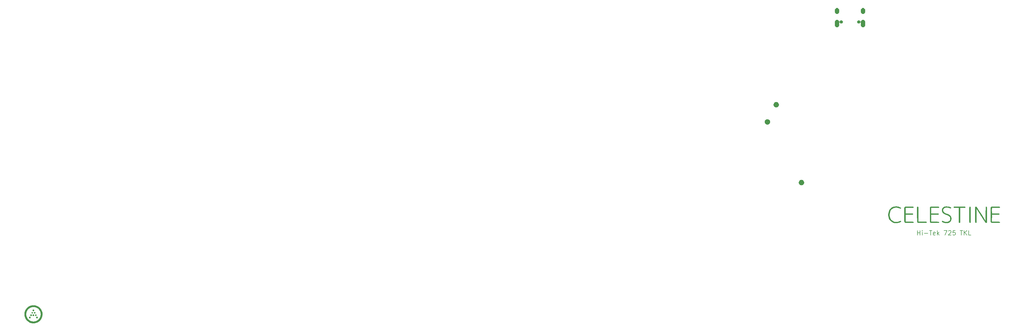
<source format=gts>
G04 #@! TF.GenerationSoftware,KiCad,Pcbnew,(5.0.2)-1*
G04 #@! TF.CreationDate,2019-04-13T17:16:35-07:00*
G04 #@! TF.ProjectId,Celestine,43656c65-7374-4696-9e65-2e6b69636164,rev?*
G04 #@! TF.SameCoordinates,Original*
G04 #@! TF.FileFunction,Soldermask,Top*
G04 #@! TF.FilePolarity,Negative*
%FSLAX46Y46*%
G04 Gerber Fmt 4.6, Leading zero omitted, Abs format (unit mm)*
G04 Created by KiCad (PCBNEW (5.0.2)-1) date 4/13/2019 5:16:35 PM*
%MOMM*%
%LPD*%
G01*
G04 APERTURE LIST*
%ADD10C,0.200000*%
%ADD11C,0.010000*%
%ADD12C,0.100000*%
G04 APERTURE END LIST*
D10*
X332562500Y-74497321D02*
X332562500Y-72997321D01*
X332562500Y-73711607D02*
X333419642Y-73711607D01*
X333419642Y-74497321D02*
X333419642Y-72997321D01*
X334133928Y-74497321D02*
X334133928Y-73497321D01*
X334133928Y-72997321D02*
X334062500Y-73068750D01*
X334133928Y-73140178D01*
X334205357Y-73068750D01*
X334133928Y-72997321D01*
X334133928Y-73140178D01*
X334848214Y-73925892D02*
X335991071Y-73925892D01*
X336491071Y-72997321D02*
X337348214Y-72997321D01*
X336919642Y-74497321D02*
X336919642Y-72997321D01*
X338419642Y-74425892D02*
X338276785Y-74497321D01*
X337991071Y-74497321D01*
X337848214Y-74425892D01*
X337776785Y-74283035D01*
X337776785Y-73711607D01*
X337848214Y-73568750D01*
X337991071Y-73497321D01*
X338276785Y-73497321D01*
X338419642Y-73568750D01*
X338491071Y-73711607D01*
X338491071Y-73854464D01*
X337776785Y-73997321D01*
X339133928Y-74497321D02*
X339133928Y-72997321D01*
X339276785Y-73925892D02*
X339705357Y-74497321D01*
X339705357Y-73497321D02*
X339133928Y-74068750D01*
X341348214Y-72997321D02*
X342348214Y-72997321D01*
X341705357Y-74497321D01*
X342848214Y-73140178D02*
X342919642Y-73068750D01*
X343062500Y-72997321D01*
X343419642Y-72997321D01*
X343562500Y-73068750D01*
X343633928Y-73140178D01*
X343705357Y-73283035D01*
X343705357Y-73425892D01*
X343633928Y-73640178D01*
X342776785Y-74497321D01*
X343705357Y-74497321D01*
X345062500Y-72997321D02*
X344348214Y-72997321D01*
X344276785Y-73711607D01*
X344348214Y-73640178D01*
X344491071Y-73568750D01*
X344848214Y-73568750D01*
X344991071Y-73640178D01*
X345062500Y-73711607D01*
X345133928Y-73854464D01*
X345133928Y-74211607D01*
X345062500Y-74354464D01*
X344991071Y-74425892D01*
X344848214Y-74497321D01*
X344491071Y-74497321D01*
X344348214Y-74425892D01*
X344276785Y-74354464D01*
X346705357Y-72997321D02*
X347562500Y-72997321D01*
X347133928Y-74497321D02*
X347133928Y-72997321D01*
X348062500Y-74497321D02*
X348062500Y-72997321D01*
X348919642Y-74497321D02*
X348276785Y-73640178D01*
X348919642Y-72997321D02*
X348062500Y-73854464D01*
X350276785Y-74497321D02*
X349562500Y-74497321D01*
X349562500Y-72997321D01*
D11*
G04 #@! TO.C,G\002A\002A\002A*
G36*
X358738629Y-65030429D02*
X358986015Y-65030762D01*
X359190957Y-65031489D01*
X359357629Y-65032754D01*
X359490210Y-65034698D01*
X359592877Y-65037462D01*
X359669806Y-65041189D01*
X359725175Y-65046020D01*
X359763161Y-65052097D01*
X359787942Y-65059563D01*
X359803693Y-65068558D01*
X359812463Y-65076800D01*
X359848974Y-65149103D01*
X359846925Y-65228532D01*
X359808049Y-65293113D01*
X359793530Y-65302799D01*
X359770376Y-65310889D01*
X359734284Y-65317523D01*
X359680950Y-65322843D01*
X359606069Y-65326989D01*
X359505336Y-65330104D01*
X359374448Y-65332328D01*
X359209099Y-65333803D01*
X359004985Y-65334670D01*
X358757802Y-65335070D01*
X358527427Y-65335150D01*
X358280782Y-65335459D01*
X358048934Y-65336346D01*
X357836976Y-65337749D01*
X357650001Y-65339606D01*
X357493101Y-65341856D01*
X357371368Y-65344438D01*
X357289895Y-65347289D01*
X357253774Y-65350347D01*
X357253077Y-65350567D01*
X357242684Y-65359028D01*
X357234228Y-65378789D01*
X357227514Y-65414575D01*
X357222348Y-65471109D01*
X357218535Y-65553116D01*
X357215881Y-65665319D01*
X357214190Y-65812441D01*
X357213268Y-65999207D01*
X357212921Y-66230340D01*
X357212900Y-66325750D01*
X357213087Y-66574088D01*
X357213778Y-66776351D01*
X357215168Y-66937262D01*
X357217452Y-67061546D01*
X357220824Y-67153925D01*
X357225478Y-67219125D01*
X357231610Y-67261868D01*
X357239413Y-67286878D01*
X357249083Y-67298879D01*
X357253077Y-67300932D01*
X357286060Y-67304091D01*
X357364587Y-67307033D01*
X357483401Y-67309690D01*
X357637249Y-67311994D01*
X357820873Y-67313878D01*
X358029017Y-67315275D01*
X358256426Y-67316119D01*
X358457763Y-67316350D01*
X358741129Y-67316363D01*
X358977880Y-67316735D01*
X359172197Y-67317964D01*
X359328265Y-67320545D01*
X359450267Y-67324978D01*
X359542387Y-67331758D01*
X359608807Y-67341383D01*
X359653712Y-67354350D01*
X359681285Y-67371158D01*
X359695709Y-67392302D01*
X359701168Y-67418280D01*
X359701845Y-67449590D01*
X359701711Y-67464214D01*
X359701935Y-67496755D01*
X359700244Y-67524002D01*
X359692488Y-67546470D01*
X359674513Y-67564677D01*
X359642170Y-67579138D01*
X359591306Y-67590369D01*
X359517770Y-67598886D01*
X359417410Y-67605205D01*
X359286076Y-67609844D01*
X359119616Y-67613316D01*
X358913877Y-67616140D01*
X358664710Y-67618831D01*
X358439389Y-67621150D01*
X357225600Y-67633850D01*
X357212402Y-70034150D01*
X358442897Y-70034150D01*
X358739958Y-70034376D01*
X358990373Y-70035222D01*
X359198295Y-70036939D01*
X359367879Y-70039778D01*
X359503277Y-70043990D01*
X359608642Y-70049826D01*
X359688128Y-70057538D01*
X359745888Y-70067376D01*
X359786075Y-70079591D01*
X359812843Y-70094435D01*
X359830344Y-70112159D01*
X359834544Y-70118289D01*
X359853698Y-70188048D01*
X359842301Y-70266544D01*
X359808049Y-70322313D01*
X359793918Y-70331744D01*
X359771352Y-70339655D01*
X359736174Y-70346173D01*
X359684205Y-70351425D01*
X359611268Y-70355538D01*
X359513183Y-70358638D01*
X359385772Y-70360852D01*
X359224857Y-70362307D01*
X359026260Y-70363130D01*
X358785802Y-70363448D01*
X358499305Y-70363387D01*
X358455499Y-70363355D01*
X358148982Y-70362859D01*
X357889541Y-70361813D01*
X357673453Y-70360123D01*
X357496995Y-70357695D01*
X357356446Y-70354438D01*
X357248083Y-70350256D01*
X357168184Y-70345057D01*
X357113026Y-70338746D01*
X357078886Y-70331232D01*
X357071940Y-70328622D01*
X356980620Y-70268055D01*
X356902175Y-70179518D01*
X356852008Y-70081722D01*
X356844606Y-70052452D01*
X356842539Y-70015523D01*
X356840716Y-69931504D01*
X356839147Y-69804103D01*
X356837845Y-69637029D01*
X356836820Y-69433990D01*
X356836084Y-69198695D01*
X356835647Y-68934854D01*
X356835522Y-68646174D01*
X356835719Y-68336364D01*
X356836250Y-68009134D01*
X356837126Y-67668192D01*
X356837246Y-67629354D01*
X356838509Y-67231812D01*
X356839696Y-66881921D01*
X356840888Y-66576531D01*
X356842163Y-66312494D01*
X356843599Y-66086661D01*
X356845276Y-65895883D01*
X356847272Y-65737011D01*
X356849667Y-65606895D01*
X356852540Y-65502387D01*
X356855969Y-65420339D01*
X356860033Y-65357600D01*
X356864812Y-65311022D01*
X356870384Y-65277456D01*
X356876828Y-65253752D01*
X356884223Y-65236763D01*
X356892648Y-65223339D01*
X356897735Y-65216354D01*
X356956338Y-65152320D01*
X357028037Y-65092242D01*
X357034841Y-65087500D01*
X357118812Y-65030350D01*
X358444619Y-65030350D01*
X358738629Y-65030429D01*
X358738629Y-65030429D01*
G37*
X358738629Y-65030429D02*
X358986015Y-65030762D01*
X359190957Y-65031489D01*
X359357629Y-65032754D01*
X359490210Y-65034698D01*
X359592877Y-65037462D01*
X359669806Y-65041189D01*
X359725175Y-65046020D01*
X359763161Y-65052097D01*
X359787942Y-65059563D01*
X359803693Y-65068558D01*
X359812463Y-65076800D01*
X359848974Y-65149103D01*
X359846925Y-65228532D01*
X359808049Y-65293113D01*
X359793530Y-65302799D01*
X359770376Y-65310889D01*
X359734284Y-65317523D01*
X359680950Y-65322843D01*
X359606069Y-65326989D01*
X359505336Y-65330104D01*
X359374448Y-65332328D01*
X359209099Y-65333803D01*
X359004985Y-65334670D01*
X358757802Y-65335070D01*
X358527427Y-65335150D01*
X358280782Y-65335459D01*
X358048934Y-65336346D01*
X357836976Y-65337749D01*
X357650001Y-65339606D01*
X357493101Y-65341856D01*
X357371368Y-65344438D01*
X357289895Y-65347289D01*
X357253774Y-65350347D01*
X357253077Y-65350567D01*
X357242684Y-65359028D01*
X357234228Y-65378789D01*
X357227514Y-65414575D01*
X357222348Y-65471109D01*
X357218535Y-65553116D01*
X357215881Y-65665319D01*
X357214190Y-65812441D01*
X357213268Y-65999207D01*
X357212921Y-66230340D01*
X357212900Y-66325750D01*
X357213087Y-66574088D01*
X357213778Y-66776351D01*
X357215168Y-66937262D01*
X357217452Y-67061546D01*
X357220824Y-67153925D01*
X357225478Y-67219125D01*
X357231610Y-67261868D01*
X357239413Y-67286878D01*
X357249083Y-67298879D01*
X357253077Y-67300932D01*
X357286060Y-67304091D01*
X357364587Y-67307033D01*
X357483401Y-67309690D01*
X357637249Y-67311994D01*
X357820873Y-67313878D01*
X358029017Y-67315275D01*
X358256426Y-67316119D01*
X358457763Y-67316350D01*
X358741129Y-67316363D01*
X358977880Y-67316735D01*
X359172197Y-67317964D01*
X359328265Y-67320545D01*
X359450267Y-67324978D01*
X359542387Y-67331758D01*
X359608807Y-67341383D01*
X359653712Y-67354350D01*
X359681285Y-67371158D01*
X359695709Y-67392302D01*
X359701168Y-67418280D01*
X359701845Y-67449590D01*
X359701711Y-67464214D01*
X359701935Y-67496755D01*
X359700244Y-67524002D01*
X359692488Y-67546470D01*
X359674513Y-67564677D01*
X359642170Y-67579138D01*
X359591306Y-67590369D01*
X359517770Y-67598886D01*
X359417410Y-67605205D01*
X359286076Y-67609844D01*
X359119616Y-67613316D01*
X358913877Y-67616140D01*
X358664710Y-67618831D01*
X358439389Y-67621150D01*
X357225600Y-67633850D01*
X357212402Y-70034150D01*
X358442897Y-70034150D01*
X358739958Y-70034376D01*
X358990373Y-70035222D01*
X359198295Y-70036939D01*
X359367879Y-70039778D01*
X359503277Y-70043990D01*
X359608642Y-70049826D01*
X359688128Y-70057538D01*
X359745888Y-70067376D01*
X359786075Y-70079591D01*
X359812843Y-70094435D01*
X359830344Y-70112159D01*
X359834544Y-70118289D01*
X359853698Y-70188048D01*
X359842301Y-70266544D01*
X359808049Y-70322313D01*
X359793918Y-70331744D01*
X359771352Y-70339655D01*
X359736174Y-70346173D01*
X359684205Y-70351425D01*
X359611268Y-70355538D01*
X359513183Y-70358638D01*
X359385772Y-70360852D01*
X359224857Y-70362307D01*
X359026260Y-70363130D01*
X358785802Y-70363448D01*
X358499305Y-70363387D01*
X358455499Y-70363355D01*
X358148982Y-70362859D01*
X357889541Y-70361813D01*
X357673453Y-70360123D01*
X357496995Y-70357695D01*
X357356446Y-70354438D01*
X357248083Y-70350256D01*
X357168184Y-70345057D01*
X357113026Y-70338746D01*
X357078886Y-70331232D01*
X357071940Y-70328622D01*
X356980620Y-70268055D01*
X356902175Y-70179518D01*
X356852008Y-70081722D01*
X356844606Y-70052452D01*
X356842539Y-70015523D01*
X356840716Y-69931504D01*
X356839147Y-69804103D01*
X356837845Y-69637029D01*
X356836820Y-69433990D01*
X356836084Y-69198695D01*
X356835647Y-68934854D01*
X356835522Y-68646174D01*
X356835719Y-68336364D01*
X356836250Y-68009134D01*
X356837126Y-67668192D01*
X356837246Y-67629354D01*
X356838509Y-67231812D01*
X356839696Y-66881921D01*
X356840888Y-66576531D01*
X356842163Y-66312494D01*
X356843599Y-66086661D01*
X356845276Y-65895883D01*
X356847272Y-65737011D01*
X356849667Y-65606895D01*
X356852540Y-65502387D01*
X356855969Y-65420339D01*
X356860033Y-65357600D01*
X356864812Y-65311022D01*
X356870384Y-65277456D01*
X356876828Y-65253752D01*
X356884223Y-65236763D01*
X356892648Y-65223339D01*
X356897735Y-65216354D01*
X356956338Y-65152320D01*
X357028037Y-65092242D01*
X357034841Y-65087500D01*
X357118812Y-65030350D01*
X358444619Y-65030350D01*
X358738629Y-65030429D01*
G36*
X352046557Y-65051926D02*
X352137977Y-65103495D01*
X352158181Y-65122098D01*
X352181307Y-65153113D01*
X352229843Y-65224099D01*
X352301920Y-65332176D01*
X352395667Y-65474460D01*
X352509212Y-65648072D01*
X352640684Y-65850129D01*
X352788214Y-66077751D01*
X352949930Y-66328056D01*
X353123960Y-66598162D01*
X353308435Y-66885189D01*
X353501484Y-67186255D01*
X353701235Y-67498478D01*
X353705222Y-67504717D01*
X355180900Y-69813984D01*
X355180900Y-67477756D01*
X355180916Y-67080649D01*
X355181010Y-66731210D01*
X355181249Y-66426309D01*
X355181702Y-66162812D01*
X355182436Y-65937589D01*
X355183519Y-65747509D01*
X355185019Y-65589439D01*
X355187003Y-65460248D01*
X355189540Y-65356805D01*
X355192697Y-65275977D01*
X355196542Y-65214634D01*
X355201143Y-65169643D01*
X355206567Y-65137874D01*
X355212883Y-65116195D01*
X355220158Y-65101473D01*
X355228460Y-65090578D01*
X355232689Y-65085939D01*
X355301967Y-65042477D01*
X355385683Y-65030976D01*
X355463124Y-65052160D01*
X355494463Y-65076800D01*
X355501335Y-65087421D01*
X355507421Y-65105151D01*
X355512768Y-65132927D01*
X355517422Y-65173687D01*
X355521432Y-65230367D01*
X355524844Y-65305905D01*
X355527706Y-65403238D01*
X355530064Y-65525304D01*
X355531967Y-65675040D01*
X355533462Y-65855382D01*
X355534595Y-66069269D01*
X355535415Y-66319638D01*
X355535968Y-66609426D01*
X355536301Y-66941569D01*
X355536462Y-67319007D01*
X355536500Y-67688572D01*
X355536500Y-70253894D01*
X355477712Y-70309122D01*
X355393732Y-70354767D01*
X355287944Y-70360394D01*
X355170400Y-70325553D01*
X355165166Y-70323108D01*
X355151136Y-70317026D01*
X355138737Y-70311834D01*
X355126457Y-70305260D01*
X355112788Y-70295034D01*
X355096220Y-70278885D01*
X355075245Y-70254543D01*
X355048351Y-70219736D01*
X355014031Y-70172194D01*
X354970775Y-70109647D01*
X354917072Y-70029824D01*
X354851414Y-69930454D01*
X354772291Y-69809266D01*
X354678194Y-69663990D01*
X354567613Y-69492355D01*
X354439039Y-69292090D01*
X354290963Y-69060926D01*
X354121874Y-68796590D01*
X353930264Y-68496812D01*
X353714623Y-68159323D01*
X353473441Y-67781850D01*
X353413947Y-67688745D01*
X352069400Y-65584640D01*
X352056432Y-70247060D01*
X352001338Y-70305705D01*
X351925906Y-70353913D01*
X351840691Y-70359959D01*
X351762529Y-70323313D01*
X351751900Y-70313550D01*
X351743629Y-70304447D01*
X351736309Y-70292683D01*
X351729880Y-70275279D01*
X351724286Y-70249254D01*
X351719468Y-70211630D01*
X351715368Y-70159428D01*
X351711929Y-70089668D01*
X351709092Y-69999372D01*
X351706799Y-69885559D01*
X351704992Y-69745250D01*
X351703614Y-69575468D01*
X351702607Y-69373231D01*
X351701912Y-69135561D01*
X351701472Y-68859479D01*
X351701228Y-68542006D01*
X351701124Y-68180162D01*
X351701100Y-67770967D01*
X351701100Y-65140805D01*
X351763445Y-65082234D01*
X351842769Y-65039627D01*
X351942647Y-65030081D01*
X352046557Y-65051926D01*
X352046557Y-65051926D01*
G37*
X352046557Y-65051926D02*
X352137977Y-65103495D01*
X352158181Y-65122098D01*
X352181307Y-65153113D01*
X352229843Y-65224099D01*
X352301920Y-65332176D01*
X352395667Y-65474460D01*
X352509212Y-65648072D01*
X352640684Y-65850129D01*
X352788214Y-66077751D01*
X352949930Y-66328056D01*
X353123960Y-66598162D01*
X353308435Y-66885189D01*
X353501484Y-67186255D01*
X353701235Y-67498478D01*
X353705222Y-67504717D01*
X355180900Y-69813984D01*
X355180900Y-67477756D01*
X355180916Y-67080649D01*
X355181010Y-66731210D01*
X355181249Y-66426309D01*
X355181702Y-66162812D01*
X355182436Y-65937589D01*
X355183519Y-65747509D01*
X355185019Y-65589439D01*
X355187003Y-65460248D01*
X355189540Y-65356805D01*
X355192697Y-65275977D01*
X355196542Y-65214634D01*
X355201143Y-65169643D01*
X355206567Y-65137874D01*
X355212883Y-65116195D01*
X355220158Y-65101473D01*
X355228460Y-65090578D01*
X355232689Y-65085939D01*
X355301967Y-65042477D01*
X355385683Y-65030976D01*
X355463124Y-65052160D01*
X355494463Y-65076800D01*
X355501335Y-65087421D01*
X355507421Y-65105151D01*
X355512768Y-65132927D01*
X355517422Y-65173687D01*
X355521432Y-65230367D01*
X355524844Y-65305905D01*
X355527706Y-65403238D01*
X355530064Y-65525304D01*
X355531967Y-65675040D01*
X355533462Y-65855382D01*
X355534595Y-66069269D01*
X355535415Y-66319638D01*
X355535968Y-66609426D01*
X355536301Y-66941569D01*
X355536462Y-67319007D01*
X355536500Y-67688572D01*
X355536500Y-70253894D01*
X355477712Y-70309122D01*
X355393732Y-70354767D01*
X355287944Y-70360394D01*
X355170400Y-70325553D01*
X355165166Y-70323108D01*
X355151136Y-70317026D01*
X355138737Y-70311834D01*
X355126457Y-70305260D01*
X355112788Y-70295034D01*
X355096220Y-70278885D01*
X355075245Y-70254543D01*
X355048351Y-70219736D01*
X355014031Y-70172194D01*
X354970775Y-70109647D01*
X354917072Y-70029824D01*
X354851414Y-69930454D01*
X354772291Y-69809266D01*
X354678194Y-69663990D01*
X354567613Y-69492355D01*
X354439039Y-69292090D01*
X354290963Y-69060926D01*
X354121874Y-68796590D01*
X353930264Y-68496812D01*
X353714623Y-68159323D01*
X353473441Y-67781850D01*
X353413947Y-67688745D01*
X352069400Y-65584640D01*
X352056432Y-70247060D01*
X352001338Y-70305705D01*
X351925906Y-70353913D01*
X351840691Y-70359959D01*
X351762529Y-70323313D01*
X351751900Y-70313550D01*
X351743629Y-70304447D01*
X351736309Y-70292683D01*
X351729880Y-70275279D01*
X351724286Y-70249254D01*
X351719468Y-70211630D01*
X351715368Y-70159428D01*
X351711929Y-70089668D01*
X351709092Y-69999372D01*
X351706799Y-69885559D01*
X351704992Y-69745250D01*
X351703614Y-69575468D01*
X351702607Y-69373231D01*
X351701912Y-69135561D01*
X351701472Y-68859479D01*
X351701228Y-68542006D01*
X351701124Y-68180162D01*
X351701100Y-67770967D01*
X351701100Y-65140805D01*
X351763445Y-65082234D01*
X351842769Y-65039627D01*
X351942647Y-65030081D01*
X352046557Y-65051926D01*
G36*
X350068436Y-65064269D02*
X350096472Y-65089137D01*
X350151700Y-65147924D01*
X350151700Y-70259062D01*
X350084774Y-70311706D01*
X349997742Y-70354986D01*
X349907532Y-70358566D01*
X349841548Y-70329722D01*
X349800026Y-70281410D01*
X349771698Y-70227276D01*
X349767092Y-70189918D01*
X349762907Y-70106043D01*
X349759144Y-69979934D01*
X349755800Y-69815873D01*
X349752874Y-69618141D01*
X349750364Y-69391020D01*
X349748270Y-69138793D01*
X349746589Y-68865740D01*
X349745321Y-68576145D01*
X349744464Y-68274288D01*
X349744016Y-67964452D01*
X349743976Y-67650919D01*
X349744343Y-67337971D01*
X349745116Y-67029889D01*
X349746292Y-66730955D01*
X349747871Y-66445452D01*
X349749850Y-66177661D01*
X349752229Y-65931864D01*
X349755007Y-65712343D01*
X349758181Y-65523380D01*
X349761751Y-65369256D01*
X349765714Y-65254255D01*
X349770071Y-65182657D01*
X349773371Y-65160604D01*
X349823933Y-65081050D01*
X349899335Y-65036403D01*
X349985521Y-65029773D01*
X350068436Y-65064269D01*
X350068436Y-65064269D01*
G37*
X350068436Y-65064269D02*
X350096472Y-65089137D01*
X350151700Y-65147924D01*
X350151700Y-70259062D01*
X350084774Y-70311706D01*
X349997742Y-70354986D01*
X349907532Y-70358566D01*
X349841548Y-70329722D01*
X349800026Y-70281410D01*
X349771698Y-70227276D01*
X349767092Y-70189918D01*
X349762907Y-70106043D01*
X349759144Y-69979934D01*
X349755800Y-69815873D01*
X349752874Y-69618141D01*
X349750364Y-69391020D01*
X349748270Y-69138793D01*
X349746589Y-68865740D01*
X349745321Y-68576145D01*
X349744464Y-68274288D01*
X349744016Y-67964452D01*
X349743976Y-67650919D01*
X349744343Y-67337971D01*
X349745116Y-67029889D01*
X349746292Y-66730955D01*
X349747871Y-66445452D01*
X349749850Y-66177661D01*
X349752229Y-65931864D01*
X349755007Y-65712343D01*
X349758181Y-65523380D01*
X349761751Y-65369256D01*
X349765714Y-65254255D01*
X349770071Y-65182657D01*
X349773371Y-65160604D01*
X349823933Y-65081050D01*
X349899335Y-65036403D01*
X349985521Y-65029773D01*
X350068436Y-65064269D01*
G36*
X347135453Y-65030856D02*
X347393886Y-65031252D01*
X347612095Y-65031988D01*
X347793605Y-65033152D01*
X347941940Y-65034829D01*
X348060626Y-65037107D01*
X348153189Y-65040071D01*
X348223153Y-65043810D01*
X348274043Y-65048409D01*
X348309385Y-65053956D01*
X348332704Y-65060536D01*
X348347525Y-65068237D01*
X348357063Y-65076800D01*
X348395613Y-65152292D01*
X348388645Y-65232598D01*
X348337702Y-65303397D01*
X348332174Y-65307906D01*
X348311606Y-65322604D01*
X348287613Y-65334279D01*
X348254501Y-65343278D01*
X348206576Y-65349950D01*
X348138144Y-65354641D01*
X348043509Y-65357698D01*
X347916979Y-65359468D01*
X347752858Y-65360300D01*
X347545452Y-65360541D01*
X347469068Y-65360550D01*
X346672888Y-65360550D01*
X346666044Y-67813899D01*
X346659200Y-70267249D01*
X346599236Y-70315799D01*
X346513044Y-70358183D01*
X346424674Y-70355039D01*
X346347391Y-70306897D01*
X346346255Y-70305699D01*
X346291156Y-70247049D01*
X346284678Y-67810149D01*
X346278200Y-65373250D01*
X345465400Y-65360550D01*
X345266127Y-65356800D01*
X345082488Y-65352128D01*
X344920828Y-65346790D01*
X344787491Y-65341042D01*
X344688820Y-65335141D01*
X344631158Y-65329344D01*
X344619283Y-65326332D01*
X344571115Y-65268440D01*
X344555791Y-65190839D01*
X344572947Y-65112265D01*
X344622220Y-65051452D01*
X344624652Y-65049788D01*
X344654053Y-65046721D01*
X344730167Y-65043801D01*
X344848907Y-65041069D01*
X345006187Y-65038567D01*
X345197918Y-65036337D01*
X345420016Y-65034421D01*
X345668392Y-65032861D01*
X345938961Y-65031698D01*
X346227634Y-65030976D01*
X346483813Y-65030738D01*
X346833270Y-65030714D01*
X347135453Y-65030856D01*
X347135453Y-65030856D01*
G37*
X347135453Y-65030856D02*
X347393886Y-65031252D01*
X347612095Y-65031988D01*
X347793605Y-65033152D01*
X347941940Y-65034829D01*
X348060626Y-65037107D01*
X348153189Y-65040071D01*
X348223153Y-65043810D01*
X348274043Y-65048409D01*
X348309385Y-65053956D01*
X348332704Y-65060536D01*
X348347525Y-65068237D01*
X348357063Y-65076800D01*
X348395613Y-65152292D01*
X348388645Y-65232598D01*
X348337702Y-65303397D01*
X348332174Y-65307906D01*
X348311606Y-65322604D01*
X348287613Y-65334279D01*
X348254501Y-65343278D01*
X348206576Y-65349950D01*
X348138144Y-65354641D01*
X348043509Y-65357698D01*
X347916979Y-65359468D01*
X347752858Y-65360300D01*
X347545452Y-65360541D01*
X347469068Y-65360550D01*
X346672888Y-65360550D01*
X346666044Y-67813899D01*
X346659200Y-70267249D01*
X346599236Y-70315799D01*
X346513044Y-70358183D01*
X346424674Y-70355039D01*
X346347391Y-70306897D01*
X346346255Y-70305699D01*
X346291156Y-70247049D01*
X346284678Y-67810149D01*
X346278200Y-65373250D01*
X345465400Y-65360550D01*
X345266127Y-65356800D01*
X345082488Y-65352128D01*
X344920828Y-65346790D01*
X344787491Y-65341042D01*
X344688820Y-65335141D01*
X344631158Y-65329344D01*
X344619283Y-65326332D01*
X344571115Y-65268440D01*
X344555791Y-65190839D01*
X344572947Y-65112265D01*
X344622220Y-65051452D01*
X344624652Y-65049788D01*
X344654053Y-65046721D01*
X344730167Y-65043801D01*
X344848907Y-65041069D01*
X345006187Y-65038567D01*
X345197918Y-65036337D01*
X345420016Y-65034421D01*
X345668392Y-65032861D01*
X345938961Y-65031698D01*
X346227634Y-65030976D01*
X346483813Y-65030738D01*
X346833270Y-65030714D01*
X347135453Y-65030856D01*
G36*
X338814699Y-65030464D02*
X339027739Y-65031305D01*
X339201774Y-65033286D01*
X339340737Y-65036872D01*
X339448560Y-65042529D01*
X339529175Y-65050719D01*
X339586513Y-65061909D01*
X339624505Y-65076561D01*
X339647085Y-65095140D01*
X339658183Y-65118112D01*
X339661732Y-65145939D01*
X339661663Y-65179088D01*
X339661500Y-65196370D01*
X339647320Y-65272892D01*
X339612369Y-65308856D01*
X339573504Y-65315680D01*
X339484969Y-65321520D01*
X339347886Y-65326353D01*
X339163376Y-65330155D01*
X338932560Y-65332904D01*
X338656559Y-65334576D01*
X338336496Y-65335149D01*
X338331747Y-65335150D01*
X338085373Y-65335460D01*
X337853799Y-65336348D01*
X337642124Y-65337754D01*
X337455446Y-65339615D01*
X337298864Y-65341870D01*
X337177475Y-65344456D01*
X337096378Y-65347311D01*
X337060672Y-65350375D01*
X337060077Y-65350567D01*
X337049684Y-65359028D01*
X337041228Y-65378789D01*
X337034514Y-65414575D01*
X337029348Y-65471109D01*
X337025535Y-65553116D01*
X337022881Y-65665319D01*
X337021190Y-65812441D01*
X337020268Y-65999207D01*
X337019921Y-66230340D01*
X337019900Y-66325750D01*
X337020087Y-66574088D01*
X337020778Y-66776351D01*
X337022168Y-66937262D01*
X337024452Y-67061546D01*
X337027824Y-67153925D01*
X337032478Y-67219125D01*
X337038610Y-67261868D01*
X337046413Y-67286878D01*
X337056083Y-67298879D01*
X337060077Y-67300932D01*
X337093018Y-67304074D01*
X337171534Y-67307002D01*
X337290403Y-67309648D01*
X337444399Y-67311946D01*
X337628299Y-67313831D01*
X337836880Y-67315237D01*
X338064916Y-67316097D01*
X338277837Y-67316350D01*
X339455419Y-67316350D01*
X339494959Y-67372801D01*
X339531019Y-67453539D01*
X339517766Y-67526155D01*
X339483700Y-67570350D01*
X339470312Y-67582234D01*
X339453053Y-67592107D01*
X339427420Y-67600157D01*
X339388912Y-67606572D01*
X339333027Y-67611540D01*
X339255262Y-67615249D01*
X339151117Y-67617887D01*
X339016089Y-67619642D01*
X338845676Y-67620702D01*
X338635376Y-67621255D01*
X338380688Y-67621489D01*
X338258150Y-67621538D01*
X338017946Y-67622045D01*
X337792890Y-67623343D01*
X337588167Y-67625344D01*
X337408959Y-67627957D01*
X337260451Y-67631096D01*
X337147825Y-67634669D01*
X337076265Y-67638590D01*
X337051393Y-67642246D01*
X337043644Y-67657386D01*
X337037313Y-67694470D01*
X337032322Y-67757153D01*
X337028594Y-67849091D01*
X337026051Y-67973937D01*
X337024615Y-68135346D01*
X337024211Y-68336974D01*
X337024759Y-68582474D01*
X337025993Y-68842007D01*
X337032600Y-70021450D01*
X338308063Y-70034150D01*
X338597865Y-70037166D01*
X338841071Y-70040068D01*
X339041883Y-70043031D01*
X339204505Y-70046230D01*
X339333139Y-70049840D01*
X339431989Y-70054036D01*
X339505257Y-70058994D01*
X339557146Y-70064887D01*
X339591859Y-70071892D01*
X339613599Y-70080184D01*
X339625688Y-70089032D01*
X339661946Y-70157630D01*
X339661136Y-70239474D01*
X339623544Y-70313381D01*
X339622638Y-70314391D01*
X339611081Y-70325507D01*
X339595420Y-70334839D01*
X339571431Y-70342543D01*
X339534889Y-70348774D01*
X339481569Y-70353689D01*
X339407247Y-70357441D01*
X339307698Y-70360187D01*
X339178697Y-70362081D01*
X339016019Y-70363280D01*
X338815441Y-70363938D01*
X338572737Y-70364212D01*
X338283682Y-70364256D01*
X338266913Y-70364255D01*
X337974295Y-70364146D01*
X337728157Y-70363769D01*
X337524176Y-70362976D01*
X337358032Y-70361620D01*
X337225404Y-70359555D01*
X337121970Y-70356632D01*
X337043410Y-70352706D01*
X336985403Y-70347629D01*
X336943627Y-70341253D01*
X336913762Y-70333433D01*
X336891487Y-70324020D01*
X336879117Y-70317031D01*
X336766465Y-70225158D01*
X336687196Y-70112009D01*
X336651914Y-70002279D01*
X336649713Y-69961288D01*
X336647771Y-69873312D01*
X336646103Y-69742163D01*
X336644719Y-69571654D01*
X336643632Y-69365600D01*
X336642856Y-69127812D01*
X336642402Y-68862105D01*
X336642284Y-68572293D01*
X336642513Y-68262187D01*
X336643103Y-67935602D01*
X336644025Y-67608450D01*
X336645275Y-67206414D01*
X336646356Y-66852030D01*
X336647507Y-66542149D01*
X336648968Y-66273624D01*
X336650980Y-66043308D01*
X336653781Y-65848053D01*
X336657612Y-65684711D01*
X336662713Y-65550135D01*
X336669324Y-65441178D01*
X336677683Y-65354693D01*
X336688032Y-65287531D01*
X336700610Y-65236545D01*
X336715656Y-65198588D01*
X336733411Y-65170512D01*
X336754114Y-65149170D01*
X336778005Y-65131415D01*
X336805325Y-65114099D01*
X336835571Y-65094578D01*
X336930092Y-65030349D01*
X338255881Y-65030349D01*
X338558724Y-65030301D01*
X338814699Y-65030464D01*
X338814699Y-65030464D01*
G37*
X338814699Y-65030464D02*
X339027739Y-65031305D01*
X339201774Y-65033286D01*
X339340737Y-65036872D01*
X339448560Y-65042529D01*
X339529175Y-65050719D01*
X339586513Y-65061909D01*
X339624505Y-65076561D01*
X339647085Y-65095140D01*
X339658183Y-65118112D01*
X339661732Y-65145939D01*
X339661663Y-65179088D01*
X339661500Y-65196370D01*
X339647320Y-65272892D01*
X339612369Y-65308856D01*
X339573504Y-65315680D01*
X339484969Y-65321520D01*
X339347886Y-65326353D01*
X339163376Y-65330155D01*
X338932560Y-65332904D01*
X338656559Y-65334576D01*
X338336496Y-65335149D01*
X338331747Y-65335150D01*
X338085373Y-65335460D01*
X337853799Y-65336348D01*
X337642124Y-65337754D01*
X337455446Y-65339615D01*
X337298864Y-65341870D01*
X337177475Y-65344456D01*
X337096378Y-65347311D01*
X337060672Y-65350375D01*
X337060077Y-65350567D01*
X337049684Y-65359028D01*
X337041228Y-65378789D01*
X337034514Y-65414575D01*
X337029348Y-65471109D01*
X337025535Y-65553116D01*
X337022881Y-65665319D01*
X337021190Y-65812441D01*
X337020268Y-65999207D01*
X337019921Y-66230340D01*
X337019900Y-66325750D01*
X337020087Y-66574088D01*
X337020778Y-66776351D01*
X337022168Y-66937262D01*
X337024452Y-67061546D01*
X337027824Y-67153925D01*
X337032478Y-67219125D01*
X337038610Y-67261868D01*
X337046413Y-67286878D01*
X337056083Y-67298879D01*
X337060077Y-67300932D01*
X337093018Y-67304074D01*
X337171534Y-67307002D01*
X337290403Y-67309648D01*
X337444399Y-67311946D01*
X337628299Y-67313831D01*
X337836880Y-67315237D01*
X338064916Y-67316097D01*
X338277837Y-67316350D01*
X339455419Y-67316350D01*
X339494959Y-67372801D01*
X339531019Y-67453539D01*
X339517766Y-67526155D01*
X339483700Y-67570350D01*
X339470312Y-67582234D01*
X339453053Y-67592107D01*
X339427420Y-67600157D01*
X339388912Y-67606572D01*
X339333027Y-67611540D01*
X339255262Y-67615249D01*
X339151117Y-67617887D01*
X339016089Y-67619642D01*
X338845676Y-67620702D01*
X338635376Y-67621255D01*
X338380688Y-67621489D01*
X338258150Y-67621538D01*
X338017946Y-67622045D01*
X337792890Y-67623343D01*
X337588167Y-67625344D01*
X337408959Y-67627957D01*
X337260451Y-67631096D01*
X337147825Y-67634669D01*
X337076265Y-67638590D01*
X337051393Y-67642246D01*
X337043644Y-67657386D01*
X337037313Y-67694470D01*
X337032322Y-67757153D01*
X337028594Y-67849091D01*
X337026051Y-67973937D01*
X337024615Y-68135346D01*
X337024211Y-68336974D01*
X337024759Y-68582474D01*
X337025993Y-68842007D01*
X337032600Y-70021450D01*
X338308063Y-70034150D01*
X338597865Y-70037166D01*
X338841071Y-70040068D01*
X339041883Y-70043031D01*
X339204505Y-70046230D01*
X339333139Y-70049840D01*
X339431989Y-70054036D01*
X339505257Y-70058994D01*
X339557146Y-70064887D01*
X339591859Y-70071892D01*
X339613599Y-70080184D01*
X339625688Y-70089032D01*
X339661946Y-70157630D01*
X339661136Y-70239474D01*
X339623544Y-70313381D01*
X339622638Y-70314391D01*
X339611081Y-70325507D01*
X339595420Y-70334839D01*
X339571431Y-70342543D01*
X339534889Y-70348774D01*
X339481569Y-70353689D01*
X339407247Y-70357441D01*
X339307698Y-70360187D01*
X339178697Y-70362081D01*
X339016019Y-70363280D01*
X338815441Y-70363938D01*
X338572737Y-70364212D01*
X338283682Y-70364256D01*
X338266913Y-70364255D01*
X337974295Y-70364146D01*
X337728157Y-70363769D01*
X337524176Y-70362976D01*
X337358032Y-70361620D01*
X337225404Y-70359555D01*
X337121970Y-70356632D01*
X337043410Y-70352706D01*
X336985403Y-70347629D01*
X336943627Y-70341253D01*
X336913762Y-70333433D01*
X336891487Y-70324020D01*
X336879117Y-70317031D01*
X336766465Y-70225158D01*
X336687196Y-70112009D01*
X336651914Y-70002279D01*
X336649713Y-69961288D01*
X336647771Y-69873312D01*
X336646103Y-69742163D01*
X336644719Y-69571654D01*
X336643632Y-69365600D01*
X336642856Y-69127812D01*
X336642402Y-68862105D01*
X336642284Y-68572293D01*
X336642513Y-68262187D01*
X336643103Y-67935602D01*
X336644025Y-67608450D01*
X336645275Y-67206414D01*
X336646356Y-66852030D01*
X336647507Y-66542149D01*
X336648968Y-66273624D01*
X336650980Y-66043308D01*
X336653781Y-65848053D01*
X336657612Y-65684711D01*
X336662713Y-65550135D01*
X336669324Y-65441178D01*
X336677683Y-65354693D01*
X336688032Y-65287531D01*
X336700610Y-65236545D01*
X336715656Y-65198588D01*
X336733411Y-65170512D01*
X336754114Y-65149170D01*
X336778005Y-65131415D01*
X336805325Y-65114099D01*
X336835571Y-65094578D01*
X336930092Y-65030349D01*
X338255881Y-65030349D01*
X338558724Y-65030301D01*
X338814699Y-65030464D01*
G36*
X332700634Y-65068935D02*
X332722872Y-65089137D01*
X332778100Y-65147924D01*
X332778100Y-67550859D01*
X332778259Y-67896514D01*
X332778724Y-68228116D01*
X332779470Y-68542091D01*
X332780476Y-68834863D01*
X332781719Y-69102859D01*
X332783176Y-69342503D01*
X332784825Y-69550222D01*
X332786644Y-69722440D01*
X332788608Y-69855583D01*
X332790698Y-69946077D01*
X332792888Y-69990346D01*
X332793517Y-69993972D01*
X332801054Y-70002967D01*
X332818868Y-70010528D01*
X332850991Y-70016777D01*
X332901456Y-70021835D01*
X332974295Y-70025824D01*
X333073542Y-70028867D01*
X333203227Y-70031086D01*
X333367385Y-70032601D01*
X333570047Y-70033535D01*
X333815246Y-70034011D01*
X334107014Y-70034149D01*
X334122589Y-70034150D01*
X335436244Y-70034150D01*
X335491472Y-70092937D01*
X335539025Y-70171683D01*
X335537214Y-70250312D01*
X335495900Y-70313550D01*
X335483487Y-70324639D01*
X335467505Y-70333983D01*
X335443802Y-70341728D01*
X335408226Y-70348023D01*
X335356626Y-70353014D01*
X335284852Y-70356849D01*
X335188751Y-70359675D01*
X335064173Y-70361638D01*
X334906966Y-70362887D01*
X334712980Y-70363568D01*
X334478062Y-70363829D01*
X334198061Y-70363816D01*
X334079850Y-70363771D01*
X333777941Y-70363510D01*
X333522652Y-70362924D01*
X333309799Y-70361891D01*
X333135202Y-70360288D01*
X332994681Y-70357996D01*
X332884053Y-70354891D01*
X332799138Y-70350854D01*
X332735753Y-70345761D01*
X332689719Y-70339492D01*
X332656855Y-70331925D01*
X332632977Y-70322938D01*
X332630262Y-70321633D01*
X332559444Y-70273430D01*
X332490635Y-70206590D01*
X332477862Y-70190845D01*
X332409800Y-70101618D01*
X332403078Y-67625166D01*
X332396356Y-65148715D01*
X332451955Y-65089532D01*
X332529592Y-65039823D01*
X332617948Y-65032950D01*
X332700634Y-65068935D01*
X332700634Y-65068935D01*
G37*
X332700634Y-65068935D02*
X332722872Y-65089137D01*
X332778100Y-65147924D01*
X332778100Y-67550859D01*
X332778259Y-67896514D01*
X332778724Y-68228116D01*
X332779470Y-68542091D01*
X332780476Y-68834863D01*
X332781719Y-69102859D01*
X332783176Y-69342503D01*
X332784825Y-69550222D01*
X332786644Y-69722440D01*
X332788608Y-69855583D01*
X332790698Y-69946077D01*
X332792888Y-69990346D01*
X332793517Y-69993972D01*
X332801054Y-70002967D01*
X332818868Y-70010528D01*
X332850991Y-70016777D01*
X332901456Y-70021835D01*
X332974295Y-70025824D01*
X333073542Y-70028867D01*
X333203227Y-70031086D01*
X333367385Y-70032601D01*
X333570047Y-70033535D01*
X333815246Y-70034011D01*
X334107014Y-70034149D01*
X334122589Y-70034150D01*
X335436244Y-70034150D01*
X335491472Y-70092937D01*
X335539025Y-70171683D01*
X335537214Y-70250312D01*
X335495900Y-70313550D01*
X335483487Y-70324639D01*
X335467505Y-70333983D01*
X335443802Y-70341728D01*
X335408226Y-70348023D01*
X335356626Y-70353014D01*
X335284852Y-70356849D01*
X335188751Y-70359675D01*
X335064173Y-70361638D01*
X334906966Y-70362887D01*
X334712980Y-70363568D01*
X334478062Y-70363829D01*
X334198061Y-70363816D01*
X334079850Y-70363771D01*
X333777941Y-70363510D01*
X333522652Y-70362924D01*
X333309799Y-70361891D01*
X333135202Y-70360288D01*
X332994681Y-70357996D01*
X332884053Y-70354891D01*
X332799138Y-70350854D01*
X332735753Y-70345761D01*
X332689719Y-70339492D01*
X332656855Y-70331925D01*
X332632977Y-70322938D01*
X332630262Y-70321633D01*
X332559444Y-70273430D01*
X332490635Y-70206590D01*
X332477862Y-70190845D01*
X332409800Y-70101618D01*
X332403078Y-67625166D01*
X332396356Y-65148715D01*
X332451955Y-65089532D01*
X332529592Y-65039823D01*
X332617948Y-65032950D01*
X332700634Y-65068935D01*
G36*
X330329236Y-65030543D02*
X330542415Y-65031423D01*
X330716593Y-65033393D01*
X330855701Y-65036879D01*
X330963672Y-65042306D01*
X331044439Y-65050101D01*
X331101935Y-65060688D01*
X331140091Y-65074494D01*
X331162842Y-65091945D01*
X331174118Y-65113465D01*
X331177853Y-65139482D01*
X331177980Y-65170420D01*
X331177900Y-65182749D01*
X331177992Y-65216523D01*
X331175563Y-65244903D01*
X331166549Y-65268357D01*
X331146888Y-65287355D01*
X331112520Y-65302366D01*
X331059382Y-65313858D01*
X330983412Y-65322299D01*
X330880548Y-65328160D01*
X330746728Y-65331908D01*
X330577890Y-65334012D01*
X330369974Y-65334942D01*
X330118915Y-65335165D01*
X329857363Y-65335150D01*
X329610057Y-65335457D01*
X329377542Y-65336340D01*
X329164897Y-65337736D01*
X328977199Y-65339584D01*
X328819526Y-65341824D01*
X328696956Y-65344394D01*
X328614567Y-65347233D01*
X328577436Y-65350281D01*
X328576477Y-65350567D01*
X328566084Y-65359028D01*
X328557628Y-65378789D01*
X328550914Y-65414575D01*
X328545748Y-65471109D01*
X328541935Y-65553116D01*
X328539281Y-65665319D01*
X328537590Y-65812441D01*
X328536668Y-65999207D01*
X328536321Y-66230340D01*
X328536300Y-66325750D01*
X328536487Y-66574088D01*
X328537178Y-66776351D01*
X328538568Y-66937262D01*
X328540852Y-67061546D01*
X328544224Y-67153925D01*
X328548878Y-67219125D01*
X328555010Y-67261868D01*
X328562813Y-67286878D01*
X328572483Y-67298879D01*
X328576477Y-67300932D01*
X328609470Y-67304095D01*
X328687999Y-67307040D01*
X328806801Y-67309699D01*
X328960613Y-67312005D01*
X329144172Y-67313889D01*
X329352214Y-67315284D01*
X329579476Y-67316124D01*
X329778122Y-67316350D01*
X330061607Y-67316607D01*
X330298329Y-67317455D01*
X330492322Y-67319011D01*
X330647623Y-67321387D01*
X330768266Y-67324701D01*
X330858285Y-67329067D01*
X330921717Y-67334600D01*
X330962595Y-67341416D01*
X330984954Y-67349629D01*
X330986778Y-67350854D01*
X331021446Y-67403027D01*
X331033782Y-67476841D01*
X331022001Y-67547477D01*
X331003081Y-67577546D01*
X330981596Y-67585347D01*
X330931694Y-67592222D01*
X330850321Y-67598278D01*
X330734422Y-67603622D01*
X330580942Y-67608362D01*
X330386827Y-67612604D01*
X330149022Y-67616455D01*
X329864472Y-67620024D01*
X329760598Y-67621150D01*
X328549000Y-67633850D01*
X328535802Y-70034150D01*
X329787001Y-70034524D01*
X330090900Y-70034929D01*
X330347438Y-70036004D01*
X330560051Y-70037832D01*
X330732175Y-70040500D01*
X330867246Y-70044090D01*
X330968699Y-70048688D01*
X331039970Y-70054379D01*
X331084495Y-70061245D01*
X331101700Y-70066853D01*
X331153604Y-70118233D01*
X331175567Y-70192898D01*
X331164747Y-70271167D01*
X331137649Y-70315925D01*
X331126081Y-70326706D01*
X331109734Y-70335757D01*
X331084392Y-70343227D01*
X331045838Y-70349267D01*
X330989854Y-70354027D01*
X330912224Y-70357657D01*
X330808731Y-70360306D01*
X330675157Y-70362126D01*
X330507287Y-70363266D01*
X330300902Y-70363875D01*
X330051786Y-70364104D01*
X329783313Y-70364109D01*
X328472800Y-70363869D01*
X328367055Y-70300485D01*
X328259515Y-70207638D01*
X328208305Y-70127606D01*
X328199272Y-70108215D01*
X328191328Y-70087568D01*
X328184403Y-70062452D01*
X328178428Y-70029656D01*
X328173332Y-69985965D01*
X328169045Y-69928168D01*
X328165498Y-69853052D01*
X328162621Y-69757403D01*
X328160343Y-69638010D01*
X328158594Y-69491659D01*
X328157305Y-69315138D01*
X328156405Y-69105234D01*
X328155825Y-68858734D01*
X328155494Y-68572425D01*
X328155343Y-68243095D01*
X328155301Y-67867532D01*
X328155300Y-67694712D01*
X328155300Y-65371313D01*
X328212450Y-65258187D01*
X328265667Y-65176787D01*
X328331611Y-65106418D01*
X328355906Y-65087705D01*
X328442212Y-65030350D01*
X329770141Y-65030349D01*
X330073122Y-65030327D01*
X330329236Y-65030543D01*
X330329236Y-65030543D01*
G37*
X330329236Y-65030543D02*
X330542415Y-65031423D01*
X330716593Y-65033393D01*
X330855701Y-65036879D01*
X330963672Y-65042306D01*
X331044439Y-65050101D01*
X331101935Y-65060688D01*
X331140091Y-65074494D01*
X331162842Y-65091945D01*
X331174118Y-65113465D01*
X331177853Y-65139482D01*
X331177980Y-65170420D01*
X331177900Y-65182749D01*
X331177992Y-65216523D01*
X331175563Y-65244903D01*
X331166549Y-65268357D01*
X331146888Y-65287355D01*
X331112520Y-65302366D01*
X331059382Y-65313858D01*
X330983412Y-65322299D01*
X330880548Y-65328160D01*
X330746728Y-65331908D01*
X330577890Y-65334012D01*
X330369974Y-65334942D01*
X330118915Y-65335165D01*
X329857363Y-65335150D01*
X329610057Y-65335457D01*
X329377542Y-65336340D01*
X329164897Y-65337736D01*
X328977199Y-65339584D01*
X328819526Y-65341824D01*
X328696956Y-65344394D01*
X328614567Y-65347233D01*
X328577436Y-65350281D01*
X328576477Y-65350567D01*
X328566084Y-65359028D01*
X328557628Y-65378789D01*
X328550914Y-65414575D01*
X328545748Y-65471109D01*
X328541935Y-65553116D01*
X328539281Y-65665319D01*
X328537590Y-65812441D01*
X328536668Y-65999207D01*
X328536321Y-66230340D01*
X328536300Y-66325750D01*
X328536487Y-66574088D01*
X328537178Y-66776351D01*
X328538568Y-66937262D01*
X328540852Y-67061546D01*
X328544224Y-67153925D01*
X328548878Y-67219125D01*
X328555010Y-67261868D01*
X328562813Y-67286878D01*
X328572483Y-67298879D01*
X328576477Y-67300932D01*
X328609470Y-67304095D01*
X328687999Y-67307040D01*
X328806801Y-67309699D01*
X328960613Y-67312005D01*
X329144172Y-67313889D01*
X329352214Y-67315284D01*
X329579476Y-67316124D01*
X329778122Y-67316350D01*
X330061607Y-67316607D01*
X330298329Y-67317455D01*
X330492322Y-67319011D01*
X330647623Y-67321387D01*
X330768266Y-67324701D01*
X330858285Y-67329067D01*
X330921717Y-67334600D01*
X330962595Y-67341416D01*
X330984954Y-67349629D01*
X330986778Y-67350854D01*
X331021446Y-67403027D01*
X331033782Y-67476841D01*
X331022001Y-67547477D01*
X331003081Y-67577546D01*
X330981596Y-67585347D01*
X330931694Y-67592222D01*
X330850321Y-67598278D01*
X330734422Y-67603622D01*
X330580942Y-67608362D01*
X330386827Y-67612604D01*
X330149022Y-67616455D01*
X329864472Y-67620024D01*
X329760598Y-67621150D01*
X328549000Y-67633850D01*
X328535802Y-70034150D01*
X329787001Y-70034524D01*
X330090900Y-70034929D01*
X330347438Y-70036004D01*
X330560051Y-70037832D01*
X330732175Y-70040500D01*
X330867246Y-70044090D01*
X330968699Y-70048688D01*
X331039970Y-70054379D01*
X331084495Y-70061245D01*
X331101700Y-70066853D01*
X331153604Y-70118233D01*
X331175567Y-70192898D01*
X331164747Y-70271167D01*
X331137649Y-70315925D01*
X331126081Y-70326706D01*
X331109734Y-70335757D01*
X331084392Y-70343227D01*
X331045838Y-70349267D01*
X330989854Y-70354027D01*
X330912224Y-70357657D01*
X330808731Y-70360306D01*
X330675157Y-70362126D01*
X330507287Y-70363266D01*
X330300902Y-70363875D01*
X330051786Y-70364104D01*
X329783313Y-70364109D01*
X328472800Y-70363869D01*
X328367055Y-70300485D01*
X328259515Y-70207638D01*
X328208305Y-70127606D01*
X328199272Y-70108215D01*
X328191328Y-70087568D01*
X328184403Y-70062452D01*
X328178428Y-70029656D01*
X328173332Y-69985965D01*
X328169045Y-69928168D01*
X328165498Y-69853052D01*
X328162621Y-69757403D01*
X328160343Y-69638010D01*
X328158594Y-69491659D01*
X328157305Y-69315138D01*
X328156405Y-69105234D01*
X328155825Y-68858734D01*
X328155494Y-68572425D01*
X328155343Y-68243095D01*
X328155301Y-67867532D01*
X328155300Y-67694712D01*
X328155300Y-65371313D01*
X328212450Y-65258187D01*
X328265667Y-65176787D01*
X328331611Y-65106418D01*
X328355906Y-65087705D01*
X328442212Y-65030350D01*
X329770141Y-65030349D01*
X330073122Y-65030327D01*
X330329236Y-65030543D01*
G36*
X342483529Y-64967796D02*
X342862868Y-65018000D01*
X343217197Y-65111024D01*
X343439737Y-65197175D01*
X343532952Y-65241627D01*
X343588065Y-65280071D01*
X343614873Y-65323421D01*
X343623175Y-65382590D01*
X343623511Y-65401889D01*
X343615626Y-65469402D01*
X343587843Y-65512350D01*
X343535146Y-65531134D01*
X343452518Y-65526160D01*
X343334942Y-65497830D01*
X343177400Y-65446548D01*
X343157066Y-65439400D01*
X342859134Y-65352533D01*
X342551593Y-65301100D01*
X342219548Y-65282688D01*
X342188800Y-65282568D01*
X341904651Y-65297955D01*
X341660074Y-65344467D01*
X341454158Y-65422541D01*
X341285988Y-65532616D01*
X341154654Y-65675130D01*
X341072792Y-65818757D01*
X341034370Y-65914652D01*
X341012880Y-66001985D01*
X341003974Y-66103355D01*
X341002863Y-66182186D01*
X341013722Y-66366002D01*
X341049839Y-66519800D01*
X341117241Y-66657710D01*
X341221953Y-66793867D01*
X341297389Y-66872885D01*
X341402553Y-66969970D01*
X341511636Y-67053764D01*
X341633355Y-67128972D01*
X341776428Y-67200302D01*
X341949571Y-67272459D01*
X342161501Y-67350152D01*
X342216985Y-67369415D01*
X342547099Y-67491729D01*
X342829768Y-67616094D01*
X343068339Y-67745336D01*
X343266162Y-67882283D01*
X343426584Y-68029762D01*
X343552954Y-68190598D01*
X343648621Y-68367619D01*
X343716932Y-68563653D01*
X343738634Y-68654046D01*
X343769797Y-68889882D01*
X343770077Y-69140126D01*
X343739498Y-69378871D01*
X343737922Y-69386450D01*
X343662339Y-69633152D01*
X343546672Y-69848957D01*
X343391903Y-70032872D01*
X343199012Y-70183905D01*
X342968980Y-70301064D01*
X342768274Y-70367275D01*
X342619836Y-70396562D01*
X342436999Y-70417455D01*
X342235551Y-70429427D01*
X342031282Y-70431950D01*
X341839980Y-70424496D01*
X341677433Y-70406539D01*
X341663560Y-70404179D01*
X341506790Y-70369882D01*
X341339285Y-70321991D01*
X341170770Y-70264419D01*
X341010974Y-70201082D01*
X340869623Y-70135894D01*
X340756447Y-70072769D01*
X340681172Y-70015622D01*
X340671150Y-70004817D01*
X340632131Y-69929037D01*
X340629938Y-69850204D01*
X340659858Y-69782034D01*
X340717179Y-69738245D01*
X340765774Y-69729350D01*
X340817835Y-69741542D01*
X340895547Y-69773380D01*
X340975265Y-69814273D01*
X341280123Y-69957714D01*
X341603712Y-70053970D01*
X341946128Y-70103066D01*
X342143279Y-70109974D01*
X342425487Y-70093338D01*
X342670511Y-70043754D01*
X342880462Y-69960467D01*
X343057450Y-69842726D01*
X343154224Y-69749135D01*
X343263487Y-69599131D01*
X343337500Y-69427965D01*
X343379474Y-69226946D01*
X343389447Y-69112591D01*
X343386134Y-68854944D01*
X343345019Y-68629222D01*
X343264245Y-68431449D01*
X343141954Y-68257652D01*
X342976288Y-68103855D01*
X342888527Y-68041066D01*
X342802145Y-67985529D01*
X342719710Y-67937739D01*
X342632139Y-67893676D01*
X342530354Y-67849320D01*
X342405273Y-67800650D01*
X342247816Y-67743648D01*
X342099900Y-67691929D01*
X341803309Y-67581484D01*
X341551757Y-67470485D01*
X341339553Y-67355706D01*
X341161008Y-67233923D01*
X341010429Y-67101910D01*
X340953897Y-67042349D01*
X340807869Y-66845467D01*
X340704315Y-66631378D01*
X340643171Y-66406621D01*
X340624368Y-66177735D01*
X340647841Y-65951261D01*
X340713523Y-65733736D01*
X340821347Y-65531702D01*
X340971098Y-65351843D01*
X341130272Y-65218364D01*
X341306176Y-65115341D01*
X341505860Y-65040289D01*
X341736374Y-64990725D01*
X342004767Y-64964165D01*
X342081078Y-64960740D01*
X342483529Y-64967796D01*
X342483529Y-64967796D01*
G37*
X342483529Y-64967796D02*
X342862868Y-65018000D01*
X343217197Y-65111024D01*
X343439737Y-65197175D01*
X343532952Y-65241627D01*
X343588065Y-65280071D01*
X343614873Y-65323421D01*
X343623175Y-65382590D01*
X343623511Y-65401889D01*
X343615626Y-65469402D01*
X343587843Y-65512350D01*
X343535146Y-65531134D01*
X343452518Y-65526160D01*
X343334942Y-65497830D01*
X343177400Y-65446548D01*
X343157066Y-65439400D01*
X342859134Y-65352533D01*
X342551593Y-65301100D01*
X342219548Y-65282688D01*
X342188800Y-65282568D01*
X341904651Y-65297955D01*
X341660074Y-65344467D01*
X341454158Y-65422541D01*
X341285988Y-65532616D01*
X341154654Y-65675130D01*
X341072792Y-65818757D01*
X341034370Y-65914652D01*
X341012880Y-66001985D01*
X341003974Y-66103355D01*
X341002863Y-66182186D01*
X341013722Y-66366002D01*
X341049839Y-66519800D01*
X341117241Y-66657710D01*
X341221953Y-66793867D01*
X341297389Y-66872885D01*
X341402553Y-66969970D01*
X341511636Y-67053764D01*
X341633355Y-67128972D01*
X341776428Y-67200302D01*
X341949571Y-67272459D01*
X342161501Y-67350152D01*
X342216985Y-67369415D01*
X342547099Y-67491729D01*
X342829768Y-67616094D01*
X343068339Y-67745336D01*
X343266162Y-67882283D01*
X343426584Y-68029762D01*
X343552954Y-68190598D01*
X343648621Y-68367619D01*
X343716932Y-68563653D01*
X343738634Y-68654046D01*
X343769797Y-68889882D01*
X343770077Y-69140126D01*
X343739498Y-69378871D01*
X343737922Y-69386450D01*
X343662339Y-69633152D01*
X343546672Y-69848957D01*
X343391903Y-70032872D01*
X343199012Y-70183905D01*
X342968980Y-70301064D01*
X342768274Y-70367275D01*
X342619836Y-70396562D01*
X342436999Y-70417455D01*
X342235551Y-70429427D01*
X342031282Y-70431950D01*
X341839980Y-70424496D01*
X341677433Y-70406539D01*
X341663560Y-70404179D01*
X341506790Y-70369882D01*
X341339285Y-70321991D01*
X341170770Y-70264419D01*
X341010974Y-70201082D01*
X340869623Y-70135894D01*
X340756447Y-70072769D01*
X340681172Y-70015622D01*
X340671150Y-70004817D01*
X340632131Y-69929037D01*
X340629938Y-69850204D01*
X340659858Y-69782034D01*
X340717179Y-69738245D01*
X340765774Y-69729350D01*
X340817835Y-69741542D01*
X340895547Y-69773380D01*
X340975265Y-69814273D01*
X341280123Y-69957714D01*
X341603712Y-70053970D01*
X341946128Y-70103066D01*
X342143279Y-70109974D01*
X342425487Y-70093338D01*
X342670511Y-70043754D01*
X342880462Y-69960467D01*
X343057450Y-69842726D01*
X343154224Y-69749135D01*
X343263487Y-69599131D01*
X343337500Y-69427965D01*
X343379474Y-69226946D01*
X343389447Y-69112591D01*
X343386134Y-68854944D01*
X343345019Y-68629222D01*
X343264245Y-68431449D01*
X343141954Y-68257652D01*
X342976288Y-68103855D01*
X342888527Y-68041066D01*
X342802145Y-67985529D01*
X342719710Y-67937739D01*
X342632139Y-67893676D01*
X342530354Y-67849320D01*
X342405273Y-67800650D01*
X342247816Y-67743648D01*
X342099900Y-67691929D01*
X341803309Y-67581484D01*
X341551757Y-67470485D01*
X341339553Y-67355706D01*
X341161008Y-67233923D01*
X341010429Y-67101910D01*
X340953897Y-67042349D01*
X340807869Y-66845467D01*
X340704315Y-66631378D01*
X340643171Y-66406621D01*
X340624368Y-66177735D01*
X340647841Y-65951261D01*
X340713523Y-65733736D01*
X340821347Y-65531702D01*
X340971098Y-65351843D01*
X341130272Y-65218364D01*
X341306176Y-65115341D01*
X341505860Y-65040289D01*
X341736374Y-64990725D01*
X342004767Y-64964165D01*
X342081078Y-64960740D01*
X342483529Y-64967796D01*
G36*
X325644673Y-64961326D02*
X325957371Y-64989917D01*
X326249848Y-65049274D01*
X326533740Y-65141654D01*
X326776960Y-65247814D01*
X326902274Y-65312997D01*
X326983902Y-65368572D01*
X327026533Y-65420448D01*
X327034853Y-65474532D01*
X327013552Y-65536732D01*
X327010657Y-65542334D01*
X326973929Y-65599341D01*
X326931670Y-65630603D01*
X326875325Y-65636062D01*
X326796340Y-65615657D01*
X326686159Y-65569332D01*
X326623450Y-65539690D01*
X326288399Y-65405603D01*
X325939140Y-65319683D01*
X325574369Y-65281698D01*
X325214113Y-65289655D01*
X324881866Y-65338981D01*
X324569733Y-65431776D01*
X324282009Y-65566398D01*
X324022993Y-65741204D01*
X324013873Y-65748537D01*
X323798344Y-65955031D01*
X323614554Y-66197858D01*
X323463758Y-66472714D01*
X323347214Y-66775294D01*
X323266177Y-67101293D01*
X323221903Y-67446406D01*
X323215649Y-67806330D01*
X323248671Y-68176758D01*
X323268685Y-68302174D01*
X323351544Y-68634264D01*
X323477897Y-68940255D01*
X323648191Y-69221024D01*
X323862874Y-69477449D01*
X323875400Y-69490275D01*
X324110875Y-69698227D01*
X324366252Y-69862526D01*
X324644036Y-69984061D01*
X324946732Y-70063720D01*
X325276846Y-70102393D01*
X325602600Y-70102742D01*
X325901122Y-70074824D01*
X326173195Y-70018119D01*
X326436924Y-69928241D01*
X326577550Y-69866576D01*
X326723815Y-69802245D01*
X326833532Y-69765771D01*
X326912836Y-69757464D01*
X326967863Y-69777634D01*
X327004748Y-69826592D01*
X327025968Y-69889265D01*
X327030364Y-69944830D01*
X327009020Y-69994065D01*
X326955893Y-70043102D01*
X326864942Y-70098071D01*
X326775532Y-70143363D01*
X326449259Y-70275409D01*
X326097451Y-70369440D01*
X325729725Y-70424114D01*
X325355696Y-70438091D01*
X324984981Y-70410029D01*
X324925321Y-70401347D01*
X324580298Y-70323065D01*
X324258191Y-70200733D01*
X323961856Y-70036972D01*
X323694149Y-69834402D01*
X323457926Y-69595644D01*
X323256042Y-69323319D01*
X323091354Y-69020048D01*
X322966717Y-68688452D01*
X322935325Y-68575078D01*
X322868753Y-68235353D01*
X322835609Y-67881310D01*
X322835171Y-67522831D01*
X322866718Y-67169799D01*
X322929528Y-66832097D01*
X323022878Y-66519609D01*
X323098826Y-66336325D01*
X323230577Y-66087359D01*
X323379675Y-65871465D01*
X323558323Y-65671174D01*
X323575583Y-65653993D01*
X323821334Y-65439452D01*
X324083158Y-65266924D01*
X324365787Y-65134506D01*
X324673950Y-65040300D01*
X325012378Y-64982405D01*
X325300119Y-64961242D01*
X325644673Y-64961326D01*
X325644673Y-64961326D01*
G37*
X325644673Y-64961326D02*
X325957371Y-64989917D01*
X326249848Y-65049274D01*
X326533740Y-65141654D01*
X326776960Y-65247814D01*
X326902274Y-65312997D01*
X326983902Y-65368572D01*
X327026533Y-65420448D01*
X327034853Y-65474532D01*
X327013552Y-65536732D01*
X327010657Y-65542334D01*
X326973929Y-65599341D01*
X326931670Y-65630603D01*
X326875325Y-65636062D01*
X326796340Y-65615657D01*
X326686159Y-65569332D01*
X326623450Y-65539690D01*
X326288399Y-65405603D01*
X325939140Y-65319683D01*
X325574369Y-65281698D01*
X325214113Y-65289655D01*
X324881866Y-65338981D01*
X324569733Y-65431776D01*
X324282009Y-65566398D01*
X324022993Y-65741204D01*
X324013873Y-65748537D01*
X323798344Y-65955031D01*
X323614554Y-66197858D01*
X323463758Y-66472714D01*
X323347214Y-66775294D01*
X323266177Y-67101293D01*
X323221903Y-67446406D01*
X323215649Y-67806330D01*
X323248671Y-68176758D01*
X323268685Y-68302174D01*
X323351544Y-68634264D01*
X323477897Y-68940255D01*
X323648191Y-69221024D01*
X323862874Y-69477449D01*
X323875400Y-69490275D01*
X324110875Y-69698227D01*
X324366252Y-69862526D01*
X324644036Y-69984061D01*
X324946732Y-70063720D01*
X325276846Y-70102393D01*
X325602600Y-70102742D01*
X325901122Y-70074824D01*
X326173195Y-70018119D01*
X326436924Y-69928241D01*
X326577550Y-69866576D01*
X326723815Y-69802245D01*
X326833532Y-69765771D01*
X326912836Y-69757464D01*
X326967863Y-69777634D01*
X327004748Y-69826592D01*
X327025968Y-69889265D01*
X327030364Y-69944830D01*
X327009020Y-69994065D01*
X326955893Y-70043102D01*
X326864942Y-70098071D01*
X326775532Y-70143363D01*
X326449259Y-70275409D01*
X326097451Y-70369440D01*
X325729725Y-70424114D01*
X325355696Y-70438091D01*
X324984981Y-70410029D01*
X324925321Y-70401347D01*
X324580298Y-70323065D01*
X324258191Y-70200733D01*
X323961856Y-70036972D01*
X323694149Y-69834402D01*
X323457926Y-69595644D01*
X323256042Y-69323319D01*
X323091354Y-69020048D01*
X322966717Y-68688452D01*
X322935325Y-68575078D01*
X322868753Y-68235353D01*
X322835609Y-67881310D01*
X322835171Y-67522831D01*
X322866718Y-67169799D01*
X322929528Y-66832097D01*
X323022878Y-66519609D01*
X323098826Y-66336325D01*
X323230577Y-66087359D01*
X323379675Y-65871465D01*
X323558323Y-65671174D01*
X323575583Y-65653993D01*
X323821334Y-65439452D01*
X324083158Y-65266924D01*
X324365787Y-65134506D01*
X324673950Y-65040300D01*
X325012378Y-64982405D01*
X325300119Y-64961242D01*
X325644673Y-64961326D01*
G36*
X39084250Y-99726750D02*
X38679438Y-99726750D01*
X38679438Y-99321938D01*
X39084250Y-99321938D01*
X39084250Y-99726750D01*
X39084250Y-99726750D01*
G37*
X39084250Y-99726750D02*
X38679438Y-99726750D01*
X38679438Y-99321938D01*
X39084250Y-99321938D01*
X39084250Y-99726750D01*
G36*
X39489063Y-100512563D02*
X39084250Y-100512563D01*
X39084250Y-100131563D01*
X39489063Y-100131563D01*
X39489063Y-100512563D01*
X39489063Y-100512563D01*
G37*
X39489063Y-100512563D02*
X39084250Y-100512563D01*
X39084250Y-100131563D01*
X39489063Y-100131563D01*
X39489063Y-100512563D01*
G36*
X38679438Y-100512563D02*
X38298438Y-100512563D01*
X38298438Y-100131563D01*
X38679438Y-100131563D01*
X38679438Y-100512563D01*
X38679438Y-100512563D01*
G37*
X38679438Y-100512563D02*
X38298438Y-100512563D01*
X38298438Y-100131563D01*
X38679438Y-100131563D01*
X38679438Y-100512563D01*
G36*
X39870063Y-101322188D02*
X39489063Y-101322188D01*
X39489063Y-100917375D01*
X39870063Y-100917375D01*
X39870063Y-101322188D01*
X39870063Y-101322188D01*
G37*
X39870063Y-101322188D02*
X39489063Y-101322188D01*
X39489063Y-100917375D01*
X39870063Y-100917375D01*
X39870063Y-101322188D01*
G36*
X39084250Y-101322188D02*
X38679438Y-101322188D01*
X38679438Y-100917375D01*
X39084250Y-100917375D01*
X39084250Y-101322188D01*
X39084250Y-101322188D01*
G37*
X39084250Y-101322188D02*
X38679438Y-101322188D01*
X38679438Y-100917375D01*
X39084250Y-100917375D01*
X39084250Y-101322188D01*
G36*
X38298438Y-101322188D02*
X37893625Y-101322188D01*
X37893625Y-100917375D01*
X38298438Y-100917375D01*
X38298438Y-101322188D01*
X38298438Y-101322188D01*
G37*
X38298438Y-101322188D02*
X37893625Y-101322188D01*
X37893625Y-100917375D01*
X38298438Y-100917375D01*
X38298438Y-101322188D01*
G36*
X40274875Y-102108000D02*
X39870063Y-102108000D01*
X39870063Y-101703188D01*
X40274875Y-101703188D01*
X40274875Y-102108000D01*
X40274875Y-102108000D01*
G37*
X40274875Y-102108000D02*
X39870063Y-102108000D01*
X39870063Y-101703188D01*
X40274875Y-101703188D01*
X40274875Y-102108000D01*
G36*
X37893625Y-102108000D02*
X37488813Y-102108000D01*
X37488813Y-101703188D01*
X37893625Y-101703188D01*
X37893625Y-102108000D01*
X37893625Y-102108000D01*
G37*
X37893625Y-102108000D02*
X37488813Y-102108000D01*
X37488813Y-101703188D01*
X37893625Y-101703188D01*
X37893625Y-102108000D01*
G36*
X38897719Y-97834295D02*
X39021837Y-97835665D01*
X39133549Y-97839822D01*
X39236142Y-97847169D01*
X39332906Y-97858110D01*
X39427128Y-97873048D01*
X39522097Y-97892387D01*
X39621101Y-97916531D01*
X39666380Y-97928668D01*
X39874927Y-97993906D01*
X40077015Y-98073242D01*
X40271878Y-98166278D01*
X40458749Y-98272618D01*
X40636864Y-98391866D01*
X40789010Y-98509867D01*
X40946678Y-98650592D01*
X41094015Y-98802037D01*
X41230336Y-98963135D01*
X41354958Y-99132817D01*
X41467197Y-99310016D01*
X41566370Y-99493666D01*
X41651792Y-99682697D01*
X41722780Y-99876043D01*
X41771534Y-100044053D01*
X41804605Y-100184039D01*
X41829965Y-100315975D01*
X41848357Y-100445247D01*
X41860525Y-100577243D01*
X41867211Y-100717350D01*
X41867864Y-100742750D01*
X41865145Y-100961047D01*
X41846950Y-101175830D01*
X41813285Y-101387071D01*
X41764156Y-101594739D01*
X41699569Y-101798805D01*
X41635372Y-101962737D01*
X41607289Y-102028002D01*
X41583227Y-102082160D01*
X41561358Y-102128863D01*
X41539857Y-102171763D01*
X41516896Y-102214513D01*
X41490650Y-102260765D01*
X41461525Y-102310406D01*
X41342306Y-102496677D01*
X41212202Y-102671403D01*
X41071079Y-102834715D01*
X40918805Y-102986746D01*
X40755247Y-103127630D01*
X40580274Y-103257498D01*
X40397906Y-103374025D01*
X40345077Y-103404994D01*
X40299164Y-103430971D01*
X40256515Y-103453781D01*
X40213478Y-103475251D01*
X40166401Y-103497207D01*
X40111631Y-103521475D01*
X40050237Y-103547872D01*
X39954004Y-103587419D01*
X39865286Y-103620458D01*
X39778172Y-103648945D01*
X39686748Y-103674839D01*
X39604156Y-103695572D01*
X39439640Y-103731126D01*
X39282545Y-103756803D01*
X39128317Y-103773143D01*
X38972399Y-103780686D01*
X38881844Y-103781263D01*
X38830625Y-103780748D01*
X38782504Y-103780043D01*
X38740624Y-103779210D01*
X38708128Y-103778313D01*
X38688160Y-103777415D01*
X38687375Y-103777359D01*
X38471201Y-103753407D01*
X38258444Y-103714420D01*
X38049963Y-103660717D01*
X37846618Y-103592613D01*
X37649266Y-103510426D01*
X37458768Y-103414475D01*
X37275982Y-103305076D01*
X37125026Y-103200046D01*
X36952099Y-103061699D01*
X36791415Y-102913338D01*
X36643201Y-102755289D01*
X36507679Y-102587882D01*
X36385074Y-102411444D01*
X36275611Y-102226302D01*
X36179513Y-102032785D01*
X36097006Y-101831221D01*
X36028313Y-101621938D01*
X36016168Y-101578880D01*
X35989802Y-101477085D01*
X35968417Y-101380761D01*
X35951609Y-101286617D01*
X35938975Y-101191367D01*
X35930110Y-101091720D01*
X35924612Y-100984390D01*
X35922076Y-100866086D01*
X35921795Y-100810219D01*
X35922470Y-100754858D01*
X36454544Y-100754858D01*
X36454647Y-100834996D01*
X36456313Y-100914660D01*
X36459509Y-100989787D01*
X36464206Y-101056310D01*
X36467926Y-101092000D01*
X36499800Y-101289298D01*
X36546451Y-101480913D01*
X36607701Y-101666472D01*
X36683369Y-101845599D01*
X36773277Y-102017919D01*
X36877244Y-102183059D01*
X36995091Y-102340643D01*
X37126638Y-102490297D01*
X37148974Y-102513510D01*
X37283208Y-102640584D01*
X37428910Y-102758520D01*
X37583381Y-102865340D01*
X37743919Y-102959066D01*
X37789708Y-102982754D01*
X37864116Y-103019403D01*
X37929357Y-103049622D01*
X37989854Y-103075190D01*
X38050028Y-103097884D01*
X38114301Y-103119483D01*
X38179375Y-103139477D01*
X38368588Y-103188890D01*
X38554339Y-103223341D01*
X38738077Y-103242964D01*
X38921253Y-103247892D01*
X39105314Y-103238261D01*
X39171856Y-103231281D01*
X39359188Y-103202337D01*
X39538769Y-103160528D01*
X39713107Y-103105104D01*
X39884709Y-103035314D01*
X39981666Y-102989116D01*
X40152298Y-102895697D01*
X40311714Y-102791962D01*
X40460672Y-102677224D01*
X40599929Y-102550800D01*
X40730244Y-102412004D01*
X40852374Y-102260153D01*
X40960642Y-102104509D01*
X40985768Y-102063318D01*
X41015091Y-102011190D01*
X41046791Y-101951746D01*
X41079049Y-101888606D01*
X41110043Y-101825390D01*
X41137956Y-101765717D01*
X41160965Y-101713207D01*
X41174403Y-101679375D01*
X41237270Y-101487834D01*
X41284666Y-101295095D01*
X41316550Y-101101700D01*
X41332880Y-100908190D01*
X41333618Y-100715107D01*
X41318722Y-100522992D01*
X41288152Y-100332386D01*
X41278349Y-100286344D01*
X41244700Y-100150051D01*
X41206392Y-100023868D01*
X41161454Y-99902257D01*
X41107913Y-99779682D01*
X41070254Y-99702208D01*
X40976549Y-99533360D01*
X40869724Y-99372923D01*
X40750548Y-99221618D01*
X40619787Y-99080164D01*
X40478210Y-98949281D01*
X40326584Y-98829690D01*
X40165677Y-98722110D01*
X39996257Y-98627261D01*
X39852075Y-98559730D01*
X39680447Y-98493335D01*
X39507893Y-98441337D01*
X39332406Y-98403328D01*
X39151976Y-98378901D01*
X38964595Y-98367647D01*
X38901688Y-98366757D01*
X38703593Y-98373127D01*
X38511965Y-98393772D01*
X38326031Y-98428923D01*
X38145015Y-98478817D01*
X37968144Y-98543685D01*
X37794644Y-98623763D01*
X37623741Y-98719285D01*
X37523044Y-98783494D01*
X37383611Y-98885022D01*
X37249413Y-98999528D01*
X37122091Y-99125089D01*
X37003285Y-99259781D01*
X36894636Y-99401681D01*
X36797785Y-99548865D01*
X36714372Y-99699411D01*
X36679576Y-99772330D01*
X36618173Y-99917189D01*
X36567942Y-100056428D01*
X36527685Y-100194376D01*
X36496206Y-100335364D01*
X36472306Y-100483721D01*
X36463905Y-100552250D01*
X36459142Y-100609420D01*
X36456032Y-100678311D01*
X36454544Y-100754858D01*
X35922470Y-100754858D01*
X35923540Y-100667223D01*
X35929414Y-100536356D01*
X35939988Y-100414275D01*
X35955835Y-100297635D01*
X35977527Y-100183094D01*
X36005637Y-100067309D01*
X36040736Y-99946937D01*
X36083397Y-99818634D01*
X36099091Y-99774375D01*
X36177476Y-99579656D01*
X36270316Y-99391322D01*
X36377422Y-99209635D01*
X36498602Y-99034858D01*
X36633667Y-98867253D01*
X36782424Y-98707083D01*
X36944683Y-98554610D01*
X37051521Y-98464429D01*
X37137350Y-98398936D01*
X37234889Y-98331610D01*
X37340498Y-98264662D01*
X37450536Y-98200305D01*
X37561363Y-98140750D01*
X37669339Y-98088208D01*
X37675344Y-98085465D01*
X37745304Y-98055592D01*
X37826485Y-98024206D01*
X37914517Y-97992786D01*
X38005029Y-97962812D01*
X38093651Y-97935761D01*
X38176014Y-97913114D01*
X38207900Y-97905221D01*
X38301125Y-97884453D01*
X38390099Y-97867793D01*
X38478103Y-97854902D01*
X38568419Y-97845445D01*
X38664328Y-97839082D01*
X38769110Y-97835478D01*
X38886045Y-97834294D01*
X38897719Y-97834295D01*
X38897719Y-97834295D01*
G37*
X38897719Y-97834295D02*
X39021837Y-97835665D01*
X39133549Y-97839822D01*
X39236142Y-97847169D01*
X39332906Y-97858110D01*
X39427128Y-97873048D01*
X39522097Y-97892387D01*
X39621101Y-97916531D01*
X39666380Y-97928668D01*
X39874927Y-97993906D01*
X40077015Y-98073242D01*
X40271878Y-98166278D01*
X40458749Y-98272618D01*
X40636864Y-98391866D01*
X40789010Y-98509867D01*
X40946678Y-98650592D01*
X41094015Y-98802037D01*
X41230336Y-98963135D01*
X41354958Y-99132817D01*
X41467197Y-99310016D01*
X41566370Y-99493666D01*
X41651792Y-99682697D01*
X41722780Y-99876043D01*
X41771534Y-100044053D01*
X41804605Y-100184039D01*
X41829965Y-100315975D01*
X41848357Y-100445247D01*
X41860525Y-100577243D01*
X41867211Y-100717350D01*
X41867864Y-100742750D01*
X41865145Y-100961047D01*
X41846950Y-101175830D01*
X41813285Y-101387071D01*
X41764156Y-101594739D01*
X41699569Y-101798805D01*
X41635372Y-101962737D01*
X41607289Y-102028002D01*
X41583227Y-102082160D01*
X41561358Y-102128863D01*
X41539857Y-102171763D01*
X41516896Y-102214513D01*
X41490650Y-102260765D01*
X41461525Y-102310406D01*
X41342306Y-102496677D01*
X41212202Y-102671403D01*
X41071079Y-102834715D01*
X40918805Y-102986746D01*
X40755247Y-103127630D01*
X40580274Y-103257498D01*
X40397906Y-103374025D01*
X40345077Y-103404994D01*
X40299164Y-103430971D01*
X40256515Y-103453781D01*
X40213478Y-103475251D01*
X40166401Y-103497207D01*
X40111631Y-103521475D01*
X40050237Y-103547872D01*
X39954004Y-103587419D01*
X39865286Y-103620458D01*
X39778172Y-103648945D01*
X39686748Y-103674839D01*
X39604156Y-103695572D01*
X39439640Y-103731126D01*
X39282545Y-103756803D01*
X39128317Y-103773143D01*
X38972399Y-103780686D01*
X38881844Y-103781263D01*
X38830625Y-103780748D01*
X38782504Y-103780043D01*
X38740624Y-103779210D01*
X38708128Y-103778313D01*
X38688160Y-103777415D01*
X38687375Y-103777359D01*
X38471201Y-103753407D01*
X38258444Y-103714420D01*
X38049963Y-103660717D01*
X37846618Y-103592613D01*
X37649266Y-103510426D01*
X37458768Y-103414475D01*
X37275982Y-103305076D01*
X37125026Y-103200046D01*
X36952099Y-103061699D01*
X36791415Y-102913338D01*
X36643201Y-102755289D01*
X36507679Y-102587882D01*
X36385074Y-102411444D01*
X36275611Y-102226302D01*
X36179513Y-102032785D01*
X36097006Y-101831221D01*
X36028313Y-101621938D01*
X36016168Y-101578880D01*
X35989802Y-101477085D01*
X35968417Y-101380761D01*
X35951609Y-101286617D01*
X35938975Y-101191367D01*
X35930110Y-101091720D01*
X35924612Y-100984390D01*
X35922076Y-100866086D01*
X35921795Y-100810219D01*
X35922470Y-100754858D01*
X36454544Y-100754858D01*
X36454647Y-100834996D01*
X36456313Y-100914660D01*
X36459509Y-100989787D01*
X36464206Y-101056310D01*
X36467926Y-101092000D01*
X36499800Y-101289298D01*
X36546451Y-101480913D01*
X36607701Y-101666472D01*
X36683369Y-101845599D01*
X36773277Y-102017919D01*
X36877244Y-102183059D01*
X36995091Y-102340643D01*
X37126638Y-102490297D01*
X37148974Y-102513510D01*
X37283208Y-102640584D01*
X37428910Y-102758520D01*
X37583381Y-102865340D01*
X37743919Y-102959066D01*
X37789708Y-102982754D01*
X37864116Y-103019403D01*
X37929357Y-103049622D01*
X37989854Y-103075190D01*
X38050028Y-103097884D01*
X38114301Y-103119483D01*
X38179375Y-103139477D01*
X38368588Y-103188890D01*
X38554339Y-103223341D01*
X38738077Y-103242964D01*
X38921253Y-103247892D01*
X39105314Y-103238261D01*
X39171856Y-103231281D01*
X39359188Y-103202337D01*
X39538769Y-103160528D01*
X39713107Y-103105104D01*
X39884709Y-103035314D01*
X39981666Y-102989116D01*
X40152298Y-102895697D01*
X40311714Y-102791962D01*
X40460672Y-102677224D01*
X40599929Y-102550800D01*
X40730244Y-102412004D01*
X40852374Y-102260153D01*
X40960642Y-102104509D01*
X40985768Y-102063318D01*
X41015091Y-102011190D01*
X41046791Y-101951746D01*
X41079049Y-101888606D01*
X41110043Y-101825390D01*
X41137956Y-101765717D01*
X41160965Y-101713207D01*
X41174403Y-101679375D01*
X41237270Y-101487834D01*
X41284666Y-101295095D01*
X41316550Y-101101700D01*
X41332880Y-100908190D01*
X41333618Y-100715107D01*
X41318722Y-100522992D01*
X41288152Y-100332386D01*
X41278349Y-100286344D01*
X41244700Y-100150051D01*
X41206392Y-100023868D01*
X41161454Y-99902257D01*
X41107913Y-99779682D01*
X41070254Y-99702208D01*
X40976549Y-99533360D01*
X40869724Y-99372923D01*
X40750548Y-99221618D01*
X40619787Y-99080164D01*
X40478210Y-98949281D01*
X40326584Y-98829690D01*
X40165677Y-98722110D01*
X39996257Y-98627261D01*
X39852075Y-98559730D01*
X39680447Y-98493335D01*
X39507893Y-98441337D01*
X39332406Y-98403328D01*
X39151976Y-98378901D01*
X38964595Y-98367647D01*
X38901688Y-98366757D01*
X38703593Y-98373127D01*
X38511965Y-98393772D01*
X38326031Y-98428923D01*
X38145015Y-98478817D01*
X37968144Y-98543685D01*
X37794644Y-98623763D01*
X37623741Y-98719285D01*
X37523044Y-98783494D01*
X37383611Y-98885022D01*
X37249413Y-98999528D01*
X37122091Y-99125089D01*
X37003285Y-99259781D01*
X36894636Y-99401681D01*
X36797785Y-99548865D01*
X36714372Y-99699411D01*
X36679576Y-99772330D01*
X36618173Y-99917189D01*
X36567942Y-100056428D01*
X36527685Y-100194376D01*
X36496206Y-100335364D01*
X36472306Y-100483721D01*
X36463905Y-100552250D01*
X36459142Y-100609420D01*
X36456032Y-100678311D01*
X36454544Y-100754858D01*
X35922470Y-100754858D01*
X35923540Y-100667223D01*
X35929414Y-100536356D01*
X35939988Y-100414275D01*
X35955835Y-100297635D01*
X35977527Y-100183094D01*
X36005637Y-100067309D01*
X36040736Y-99946937D01*
X36083397Y-99818634D01*
X36099091Y-99774375D01*
X36177476Y-99579656D01*
X36270316Y-99391322D01*
X36377422Y-99209635D01*
X36498602Y-99034858D01*
X36633667Y-98867253D01*
X36782424Y-98707083D01*
X36944683Y-98554610D01*
X37051521Y-98464429D01*
X37137350Y-98398936D01*
X37234889Y-98331610D01*
X37340498Y-98264662D01*
X37450536Y-98200305D01*
X37561363Y-98140750D01*
X37669339Y-98088208D01*
X37675344Y-98085465D01*
X37745304Y-98055592D01*
X37826485Y-98024206D01*
X37914517Y-97992786D01*
X38005029Y-97962812D01*
X38093651Y-97935761D01*
X38176014Y-97913114D01*
X38207900Y-97905221D01*
X38301125Y-97884453D01*
X38390099Y-97867793D01*
X38478103Y-97854902D01*
X38568419Y-97845445D01*
X38664328Y-97839082D01*
X38769110Y-97835478D01*
X38886045Y-97834294D01*
X38897719Y-97834295D01*
D12*
G36*
X294267521Y-56159586D02*
X294431309Y-56227429D01*
X294578720Y-56325926D01*
X294704074Y-56451280D01*
X294802571Y-56598691D01*
X294870414Y-56762479D01*
X294905000Y-56936356D01*
X294905000Y-57113644D01*
X294870414Y-57287521D01*
X294802571Y-57451309D01*
X294704074Y-57598720D01*
X294578720Y-57724074D01*
X294431309Y-57822571D01*
X294267521Y-57890414D01*
X294093644Y-57925000D01*
X293916356Y-57925000D01*
X293742479Y-57890414D01*
X293578691Y-57822571D01*
X293431280Y-57724074D01*
X293305926Y-57598720D01*
X293207429Y-57451309D01*
X293139586Y-57287521D01*
X293105000Y-57113644D01*
X293105000Y-56936356D01*
X293139586Y-56762479D01*
X293207429Y-56598691D01*
X293305926Y-56451280D01*
X293431280Y-56325926D01*
X293578691Y-56227429D01*
X293742479Y-56159586D01*
X293916356Y-56125000D01*
X294093644Y-56125000D01*
X294267521Y-56159586D01*
X294267521Y-56159586D01*
G37*
G36*
X282962521Y-35964586D02*
X283126309Y-36032429D01*
X283273720Y-36130926D01*
X283399074Y-36256280D01*
X283497571Y-36403691D01*
X283565414Y-36567479D01*
X283600000Y-36741356D01*
X283600000Y-36918644D01*
X283565414Y-37092521D01*
X283497571Y-37256309D01*
X283399074Y-37403720D01*
X283273720Y-37529074D01*
X283126309Y-37627571D01*
X282962521Y-37695414D01*
X282788644Y-37730000D01*
X282611356Y-37730000D01*
X282437479Y-37695414D01*
X282273691Y-37627571D01*
X282126280Y-37529074D01*
X282000926Y-37403720D01*
X281902429Y-37256309D01*
X281834586Y-37092521D01*
X281800000Y-36918644D01*
X281800000Y-36741356D01*
X281834586Y-36567479D01*
X281902429Y-36403691D01*
X282000926Y-36256280D01*
X282126280Y-36130926D01*
X282273691Y-36032429D01*
X282437479Y-35964586D01*
X282611356Y-35930000D01*
X282788644Y-35930000D01*
X282962521Y-35964586D01*
X282962521Y-35964586D01*
G37*
G36*
X285887521Y-30244586D02*
X286051309Y-30312429D01*
X286198720Y-30410926D01*
X286324074Y-30536280D01*
X286422571Y-30683691D01*
X286490414Y-30847479D01*
X286525000Y-31021356D01*
X286525000Y-31198644D01*
X286490414Y-31372521D01*
X286422571Y-31536309D01*
X286324074Y-31683720D01*
X286198720Y-31809074D01*
X286051309Y-31907571D01*
X285887521Y-31975414D01*
X285713644Y-32010000D01*
X285536356Y-32010000D01*
X285362479Y-31975414D01*
X285198691Y-31907571D01*
X285051280Y-31809074D01*
X284925926Y-31683720D01*
X284827429Y-31536309D01*
X284759586Y-31372521D01*
X284725000Y-31198644D01*
X284725000Y-31021356D01*
X284759586Y-30847479D01*
X284827429Y-30683691D01*
X284925926Y-30536280D01*
X285051280Y-30410926D01*
X285198691Y-30312429D01*
X285362479Y-30244586D01*
X285536356Y-30210000D01*
X285713644Y-30210000D01*
X285887521Y-30244586D01*
X285887521Y-30244586D01*
G37*
G36*
X314591223Y-2841378D02*
X314723174Y-2881405D01*
X314844780Y-2946405D01*
X314951369Y-3033880D01*
X315038845Y-3140469D01*
X315103845Y-3262075D01*
X315143872Y-3394026D01*
X315154000Y-3496860D01*
X315154000Y-4665640D01*
X315143872Y-4768474D01*
X315103845Y-4900425D01*
X315038845Y-5022031D01*
X314951370Y-5128620D01*
X314844781Y-5216095D01*
X314723175Y-5281095D01*
X314591224Y-5321122D01*
X314454000Y-5334637D01*
X314316777Y-5321122D01*
X314184826Y-5281095D01*
X314063220Y-5216095D01*
X313956631Y-5128620D01*
X313869156Y-5022031D01*
X313804156Y-4900425D01*
X313764129Y-4768474D01*
X313754001Y-4665640D01*
X313754000Y-3789182D01*
X313751598Y-3764796D01*
X313744485Y-3741346D01*
X313732934Y-3719736D01*
X313717388Y-3700794D01*
X313698446Y-3685248D01*
X313676835Y-3673697D01*
X313653386Y-3666584D01*
X313629000Y-3664182D01*
X313604614Y-3666584D01*
X313581164Y-3673697D01*
X313559554Y-3685248D01*
X313540612Y-3700794D01*
X313525066Y-3719736D01*
X313513516Y-3741343D01*
X313489249Y-3799931D01*
X313432052Y-3885532D01*
X313431792Y-3885921D01*
X313358671Y-3959042D01*
X313358668Y-3959044D01*
X313272681Y-4016499D01*
X313177137Y-4056074D01*
X313177136Y-4056074D01*
X313177134Y-4056075D01*
X313075709Y-4076250D01*
X312972291Y-4076250D01*
X312870866Y-4056075D01*
X312870864Y-4056074D01*
X312870863Y-4056074D01*
X312775319Y-4016499D01*
X312689332Y-3959044D01*
X312689329Y-3959042D01*
X312616208Y-3885921D01*
X312615948Y-3885532D01*
X312558751Y-3799931D01*
X312519176Y-3704387D01*
X312511179Y-3664182D01*
X312499000Y-3602959D01*
X312499000Y-3499541D01*
X312519175Y-3398116D01*
X312520868Y-3394028D01*
X312558751Y-3302569D01*
X312616206Y-3216582D01*
X312616208Y-3216579D01*
X312689329Y-3143458D01*
X312693802Y-3140469D01*
X312775319Y-3086001D01*
X312870863Y-3046426D01*
X312870864Y-3046426D01*
X312870866Y-3046425D01*
X312972291Y-3026250D01*
X313075709Y-3026250D01*
X313177134Y-3046425D01*
X313177136Y-3046426D01*
X313177137Y-3046426D01*
X313272681Y-3086001D01*
X313354198Y-3140469D01*
X313358671Y-3143458D01*
X313431792Y-3216579D01*
X313431794Y-3216582D01*
X313489249Y-3302569D01*
X313527132Y-3394028D01*
X313530248Y-3401551D01*
X313541800Y-3423162D01*
X313557345Y-3442104D01*
X313576287Y-3457649D01*
X313597898Y-3469200D01*
X313621347Y-3476313D01*
X313645733Y-3478715D01*
X313670120Y-3476313D01*
X313693569Y-3469200D01*
X313715180Y-3457648D01*
X313734122Y-3442103D01*
X313749667Y-3423161D01*
X313765346Y-3390011D01*
X313804155Y-3262076D01*
X313869155Y-3140470D01*
X313956630Y-3033881D01*
X314063219Y-2946405D01*
X314184825Y-2881405D01*
X314316776Y-2841378D01*
X314454000Y-2827863D01*
X314591223Y-2841378D01*
X314591223Y-2841378D01*
G37*
G36*
X305951223Y-2841378D02*
X306083174Y-2881405D01*
X306204780Y-2946405D01*
X306311369Y-3033880D01*
X306398845Y-3140469D01*
X306463845Y-3262075D01*
X306502655Y-3390016D01*
X306512027Y-3412639D01*
X306525641Y-3433013D01*
X306542968Y-3450340D01*
X306563342Y-3463954D01*
X306585981Y-3473332D01*
X306610015Y-3478112D01*
X306634519Y-3478112D01*
X306658553Y-3473332D01*
X306681192Y-3463954D01*
X306701566Y-3450340D01*
X306718893Y-3433013D01*
X306737752Y-3401550D01*
X306748832Y-3374802D01*
X306778751Y-3302569D01*
X306836206Y-3216582D01*
X306836208Y-3216579D01*
X306909329Y-3143458D01*
X306913802Y-3140469D01*
X306995319Y-3086001D01*
X307090863Y-3046426D01*
X307090864Y-3046426D01*
X307090866Y-3046425D01*
X307192291Y-3026250D01*
X307295709Y-3026250D01*
X307397134Y-3046425D01*
X307397136Y-3046426D01*
X307397137Y-3046426D01*
X307492681Y-3086001D01*
X307574198Y-3140469D01*
X307578671Y-3143458D01*
X307651792Y-3216579D01*
X307651794Y-3216582D01*
X307709249Y-3302569D01*
X307747132Y-3394028D01*
X307748825Y-3398116D01*
X307769000Y-3499541D01*
X307769000Y-3602959D01*
X307756822Y-3664182D01*
X307748824Y-3704387D01*
X307709249Y-3799931D01*
X307652052Y-3885532D01*
X307651792Y-3885921D01*
X307578671Y-3959042D01*
X307578668Y-3959044D01*
X307492681Y-4016499D01*
X307397137Y-4056074D01*
X307397136Y-4056074D01*
X307397134Y-4056075D01*
X307295709Y-4076250D01*
X307192291Y-4076250D01*
X307090866Y-4056075D01*
X307090864Y-4056074D01*
X307090863Y-4056074D01*
X306995319Y-4016499D01*
X306909332Y-3959044D01*
X306909329Y-3959042D01*
X306836208Y-3885921D01*
X306835948Y-3885532D01*
X306778751Y-3799931D01*
X306754484Y-3741343D01*
X306742933Y-3719735D01*
X306727388Y-3700793D01*
X306708446Y-3685248D01*
X306686835Y-3673697D01*
X306663386Y-3666584D01*
X306638999Y-3664182D01*
X306614613Y-3666584D01*
X306591164Y-3673697D01*
X306569553Y-3685249D01*
X306550611Y-3700794D01*
X306535066Y-3719736D01*
X306523515Y-3741347D01*
X306516402Y-3764796D01*
X306514000Y-3789182D01*
X306514000Y-4665640D01*
X306503872Y-4768474D01*
X306463845Y-4900425D01*
X306398845Y-5022031D01*
X306311370Y-5128620D01*
X306204781Y-5216095D01*
X306083175Y-5281095D01*
X305951224Y-5321122D01*
X305814000Y-5334637D01*
X305676777Y-5321122D01*
X305544826Y-5281095D01*
X305423220Y-5216095D01*
X305316631Y-5128620D01*
X305229156Y-5022031D01*
X305164156Y-4900425D01*
X305124129Y-4768474D01*
X305114001Y-4665640D01*
X305114000Y-3496861D01*
X305124128Y-3394027D01*
X305164155Y-3262076D01*
X305229155Y-3140470D01*
X305316630Y-3033881D01*
X305423219Y-2946405D01*
X305544825Y-2881405D01*
X305676776Y-2841378D01*
X305814000Y-2827863D01*
X305951223Y-2841378D01*
X305951223Y-2841378D01*
G37*
G36*
X314591223Y1088622D02*
X314723174Y1048595D01*
X314844780Y983595D01*
X314951369Y896120D01*
X315038845Y789531D01*
X315103845Y667925D01*
X315143872Y535974D01*
X315154000Y433140D01*
X315154000Y-235640D01*
X315143872Y-338474D01*
X315103845Y-470425D01*
X315038845Y-592031D01*
X314951370Y-698620D01*
X314844781Y-786095D01*
X314723175Y-851095D01*
X314591224Y-891122D01*
X314454000Y-904637D01*
X314316777Y-891122D01*
X314184826Y-851095D01*
X314063220Y-786095D01*
X313956631Y-698620D01*
X313869156Y-592031D01*
X313804155Y-470425D01*
X313764128Y-338474D01*
X313754000Y-235640D01*
X313754000Y433139D01*
X313764128Y535973D01*
X313804155Y667924D01*
X313869155Y789530D01*
X313956630Y896119D01*
X314063219Y983595D01*
X314184825Y1048595D01*
X314316776Y1088622D01*
X314454000Y1102137D01*
X314591223Y1088622D01*
X314591223Y1088622D01*
G37*
G36*
X305951223Y1088622D02*
X306083174Y1048595D01*
X306204780Y983595D01*
X306311369Y896120D01*
X306398845Y789531D01*
X306463845Y667925D01*
X306503872Y535974D01*
X306514000Y433140D01*
X306514000Y-235640D01*
X306503872Y-338474D01*
X306463845Y-470425D01*
X306398845Y-592031D01*
X306311370Y-698620D01*
X306204781Y-786095D01*
X306083175Y-851095D01*
X305951224Y-891122D01*
X305814000Y-904637D01*
X305676777Y-891122D01*
X305544826Y-851095D01*
X305423220Y-786095D01*
X305316631Y-698620D01*
X305229156Y-592031D01*
X305164155Y-470425D01*
X305124128Y-338474D01*
X305114000Y-235640D01*
X305114000Y433139D01*
X305124128Y535973D01*
X305164155Y667924D01*
X305229155Y789530D01*
X305316630Y896119D01*
X305423219Y983595D01*
X305544825Y1048595D01*
X305676776Y1088622D01*
X305814000Y1102137D01*
X305951223Y1088622D01*
X305951223Y1088622D01*
G37*
M02*

</source>
